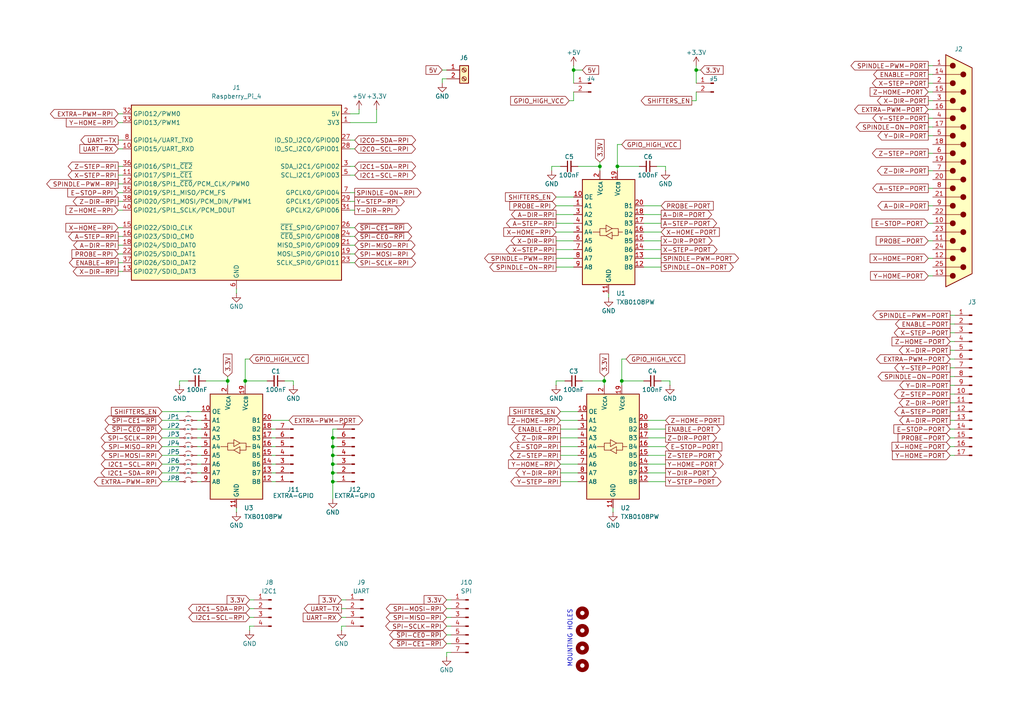
<source format=kicad_sch>
(kicad_sch
	(version 20231120)
	(generator "eeschema")
	(generator_version "8.0")
	(uuid "1c48def7-3baf-4d06-b196-4bb19a4c9561")
	(paper "A4")
	
	(junction
		(at 96.52 134.62)
		(diameter 0)
		(color 0 0 0 0)
		(uuid "0684ec03-82ce-479f-9bb1-ab15d6177147")
	)
	(junction
		(at 166.37 20.32)
		(diameter 0)
		(color 0 0 0 0)
		(uuid "58d55cdf-9700-4368-a5db-1c800cb9da54")
	)
	(junction
		(at 201.93 20.32)
		(diameter 0)
		(color 0 0 0 0)
		(uuid "59b936b0-0d28-4c70-9405-e76b19821aed")
	)
	(junction
		(at 179.07 48.26)
		(diameter 0)
		(color 0 0 0 0)
		(uuid "5b34c94e-d301-46e5-8b72-6e082b279d6b")
	)
	(junction
		(at 96.52 132.08)
		(diameter 0)
		(color 0 0 0 0)
		(uuid "627342e4-33a7-4f18-9318-0d27a0bd3546")
	)
	(junction
		(at 173.99 48.26)
		(diameter 0)
		(color 0 0 0 0)
		(uuid "7a3b9a50-6b4e-42f1-8f9c-df237392a8b1")
	)
	(junction
		(at 71.12 110.49)
		(diameter 0)
		(color 0 0 0 0)
		(uuid "81b55372-9934-49f6-b598-353b0fa7869f")
	)
	(junction
		(at 96.52 139.7)
		(diameter 0)
		(color 0 0 0 0)
		(uuid "860361ae-9f1a-4908-8247-64fcf65069e7")
	)
	(junction
		(at 175.26 110.49)
		(diameter 0)
		(color 0 0 0 0)
		(uuid "99945d22-762f-449b-866b-385325d4cde4")
	)
	(junction
		(at 180.34 110.49)
		(diameter 0)
		(color 0 0 0 0)
		(uuid "a8e938bc-6d9c-4f00-b31b-3845081e2eb2")
	)
	(junction
		(at 66.04 110.49)
		(diameter 0)
		(color 0 0 0 0)
		(uuid "bef84277-bb88-4557-8c92-8753a404cc50")
	)
	(junction
		(at 96.52 137.16)
		(diameter 0)
		(color 0 0 0 0)
		(uuid "ceeef4b0-0119-48df-bf3f-5eae1fc1d823")
	)
	(junction
		(at 96.52 129.54)
		(diameter 0)
		(color 0 0 0 0)
		(uuid "ef6200a9-66de-41b0-905a-83ba22e4476e")
	)
	(junction
		(at 96.52 127)
		(diameter 0)
		(color 0 0 0 0)
		(uuid "fd8782ef-3825-40f2-b20d-734d9a315bc0")
	)
	(wire
		(pts
			(xy 46.99 119.38) (xy 58.42 119.38)
		)
		(stroke
			(width 0)
			(type default)
		)
		(uuid "0030bfd2-f9bf-440c-b6ca-50576203f8f2")
	)
	(wire
		(pts
			(xy 275.59 124.46) (xy 276.86 124.46)
		)
		(stroke
			(width 0)
			(type default)
		)
		(uuid "01610e21-f2d6-49c2-9155-7b2ea1ab1985")
	)
	(wire
		(pts
			(xy 129.54 186.69) (xy 130.81 186.69)
		)
		(stroke
			(width 0)
			(type default)
		)
		(uuid "03a510ea-64e4-4f67-ad8e-2c84448d5a29")
	)
	(wire
		(pts
			(xy 275.59 104.14) (xy 276.86 104.14)
		)
		(stroke
			(width 0)
			(type default)
		)
		(uuid "04a42903-0f66-4c7d-8dcd-4dc0d8e6cdfd")
	)
	(wire
		(pts
			(xy 179.07 41.91) (xy 179.07 48.26)
		)
		(stroke
			(width 0)
			(type default)
		)
		(uuid "04f3a5b5-90ff-42a0-857c-036d5edaf1fd")
	)
	(wire
		(pts
			(xy 99.06 176.53) (xy 100.33 176.53)
		)
		(stroke
			(width 0)
			(type default)
		)
		(uuid "05b72526-dcc3-4f70-bd24-962dec87f5fc")
	)
	(wire
		(pts
			(xy 34.29 71.12) (xy 35.56 71.12)
		)
		(stroke
			(width 0)
			(type default)
		)
		(uuid "07f07625-1b49-4d6c-a7f2-4891d84df7b8")
	)
	(wire
		(pts
			(xy 101.6 35.56) (xy 109.22 35.56)
		)
		(stroke
			(width 0)
			(type default)
		)
		(uuid "0b8a87ae-0a65-4fa3-9b96-c06d3477dc78")
	)
	(wire
		(pts
			(xy 96.52 137.16) (xy 97.79 137.16)
		)
		(stroke
			(width 0)
			(type default)
		)
		(uuid "0bb9f420-29a6-4df4-b215-a618d5855ded")
	)
	(wire
		(pts
			(xy 34.29 40.64) (xy 35.56 40.64)
		)
		(stroke
			(width 0)
			(type default)
		)
		(uuid "0c51ec7f-4708-4267-9561-61240819070d")
	)
	(wire
		(pts
			(xy 191.77 110.49) (xy 194.31 110.49)
		)
		(stroke
			(width 0)
			(type default)
		)
		(uuid "0e1cc92d-0cfb-4fd8-8f79-e517dfe4900c")
	)
	(wire
		(pts
			(xy 78.74 124.46) (xy 80.01 124.46)
		)
		(stroke
			(width 0)
			(type default)
		)
		(uuid "0ebed0da-64c4-45a7-b379-fc73875c8c93")
	)
	(wire
		(pts
			(xy 46.99 137.16) (xy 52.07 137.16)
		)
		(stroke
			(width 0)
			(type default)
		)
		(uuid "0f871797-b8fe-4ff6-ae37-ccb9f291b342")
	)
	(wire
		(pts
			(xy 186.69 72.39) (xy 191.77 72.39)
		)
		(stroke
			(width 0)
			(type default)
		)
		(uuid "0ff871d0-3702-408d-bfcd-8e9e1f4679f3")
	)
	(wire
		(pts
			(xy 102.87 66.04) (xy 101.6 66.04)
		)
		(stroke
			(width 0)
			(type default)
		)
		(uuid "106668b6-f890-4d84-93ac-98a0ca473103")
	)
	(wire
		(pts
			(xy 52.07 111.76) (xy 52.07 110.49)
		)
		(stroke
			(width 0)
			(type default)
		)
		(uuid "10c94144-52c1-4a0f-a0b1-6a3f7c6f17e2")
	)
	(wire
		(pts
			(xy 101.6 33.02) (xy 104.14 33.02)
		)
		(stroke
			(width 0)
			(type default)
		)
		(uuid "122f99f6-e28a-40f7-a57d-ec83eb8732f4")
	)
	(wire
		(pts
			(xy 85.09 111.76) (xy 85.09 110.49)
		)
		(stroke
			(width 0)
			(type default)
		)
		(uuid "126f3e7f-a2d6-4055-8250-f6b581969118")
	)
	(wire
		(pts
			(xy 275.59 96.52) (xy 276.86 96.52)
		)
		(stroke
			(width 0)
			(type default)
		)
		(uuid "147917f6-3ae6-4e20-bd77-c49e87741ccc")
	)
	(wire
		(pts
			(xy 269.24 80.01) (xy 270.51 80.01)
		)
		(stroke
			(width 0)
			(type default)
		)
		(uuid "15807582-b9ba-4f56-ad97-d1ef2326cd18")
	)
	(wire
		(pts
			(xy 66.04 109.22) (xy 66.04 110.49)
		)
		(stroke
			(width 0)
			(type default)
		)
		(uuid "16df898d-5a19-4354-a26e-3f7d59a82ee1")
	)
	(wire
		(pts
			(xy 176.53 85.09) (xy 176.53 86.36)
		)
		(stroke
			(width 0)
			(type default)
		)
		(uuid "1713b0c1-cda6-412d-bf9e-370772829de7")
	)
	(wire
		(pts
			(xy 269.24 31.75) (xy 270.51 31.75)
		)
		(stroke
			(width 0)
			(type default)
		)
		(uuid "17543bb3-d295-47d4-a23d-3608b31020b8")
	)
	(wire
		(pts
			(xy 71.12 110.49) (xy 77.47 110.49)
		)
		(stroke
			(width 0)
			(type default)
		)
		(uuid "186fe52e-1022-4de5-b4d6-6a7a61d5b011")
	)
	(wire
		(pts
			(xy 102.87 73.66) (xy 101.6 73.66)
		)
		(stroke
			(width 0)
			(type default)
		)
		(uuid "18a311d6-f9f8-4d30-b7ce-f032ead7d6d6")
	)
	(wire
		(pts
			(xy 187.96 124.46) (xy 193.04 124.46)
		)
		(stroke
			(width 0)
			(type default)
		)
		(uuid "1a28b8ea-a638-4655-8c71-9f65fe4ee592")
	)
	(wire
		(pts
			(xy 179.07 41.91) (xy 180.34 41.91)
		)
		(stroke
			(width 0)
			(type default)
		)
		(uuid "1b99817a-4262-406c-8475-f0fd4d3f5b84")
	)
	(wire
		(pts
			(xy 269.24 39.37) (xy 270.51 39.37)
		)
		(stroke
			(width 0)
			(type default)
		)
		(uuid "1bae0fbc-1f01-448a-86c9-ad04ee992c83")
	)
	(wire
		(pts
			(xy 161.29 111.76) (xy 161.29 110.49)
		)
		(stroke
			(width 0)
			(type default)
		)
		(uuid "1c1b2469-2b98-4819-8a6d-bc37cf28413e")
	)
	(wire
		(pts
			(xy 129.54 189.23) (xy 130.81 189.23)
		)
		(stroke
			(width 0)
			(type default)
		)
		(uuid "1d227e35-8be6-461c-80a6-b6910895c4f7")
	)
	(wire
		(pts
			(xy 34.29 78.74) (xy 35.56 78.74)
		)
		(stroke
			(width 0)
			(type default)
		)
		(uuid "1d8745b0-33b8-4220-b7d2-b4e2e5417368")
	)
	(wire
		(pts
			(xy 162.56 129.54) (xy 167.64 129.54)
		)
		(stroke
			(width 0)
			(type default)
		)
		(uuid "1e85848a-5a46-4722-820c-c76bd36cb9ae")
	)
	(wire
		(pts
			(xy 34.29 43.18) (xy 35.56 43.18)
		)
		(stroke
			(width 0)
			(type default)
		)
		(uuid "20250e62-f58e-4c12-b5b7-686037b5da3a")
	)
	(wire
		(pts
			(xy 162.56 139.7) (xy 167.64 139.7)
		)
		(stroke
			(width 0)
			(type default)
		)
		(uuid "20384ce6-7e9a-41c3-835a-19db30d136af")
	)
	(wire
		(pts
			(xy 34.29 73.66) (xy 35.56 73.66)
		)
		(stroke
			(width 0)
			(type default)
		)
		(uuid "20c8253e-10fd-4cd1-96f6-96676f7eaa36")
	)
	(wire
		(pts
			(xy 179.07 48.26) (xy 185.42 48.26)
		)
		(stroke
			(width 0)
			(type default)
		)
		(uuid "2107eb21-e446-43d0-ac60-400155034f1e")
	)
	(wire
		(pts
			(xy 269.24 64.77) (xy 270.51 64.77)
		)
		(stroke
			(width 0)
			(type default)
		)
		(uuid "21961fb2-63e6-4067-878d-e1717602f809")
	)
	(wire
		(pts
			(xy 128.27 24.13) (xy 128.27 22.86)
		)
		(stroke
			(width 0)
			(type default)
		)
		(uuid "21bebb56-1875-40fa-9aa3-69d200d33e19")
	)
	(wire
		(pts
			(xy 129.54 173.99) (xy 130.81 173.99)
		)
		(stroke
			(width 0)
			(type default)
		)
		(uuid "222b0001-9f8e-4f4c-bc8c-1496515b48f6")
	)
	(wire
		(pts
			(xy 102.87 71.12) (xy 101.6 71.12)
		)
		(stroke
			(width 0)
			(type default)
		)
		(uuid "2309a5f3-1ffd-4c04-a1c0-2f540aa14313")
	)
	(wire
		(pts
			(xy 275.59 101.6) (xy 276.86 101.6)
		)
		(stroke
			(width 0)
			(type default)
		)
		(uuid "247d9ed8-c6e2-4895-9591-57e8d417fc1b")
	)
	(wire
		(pts
			(xy 162.56 119.38) (xy 167.64 119.38)
		)
		(stroke
			(width 0)
			(type default)
		)
		(uuid "24cbc70d-c343-457a-ae11-68367c200414")
	)
	(wire
		(pts
			(xy 269.24 74.93) (xy 270.51 74.93)
		)
		(stroke
			(width 0)
			(type default)
		)
		(uuid "25890261-d6d2-42c2-9f16-511a2bb43071")
	)
	(wire
		(pts
			(xy 78.74 132.08) (xy 80.01 132.08)
		)
		(stroke
			(width 0)
			(type default)
		)
		(uuid "25d8729f-ca16-4fae-abf7-531bcbd43370")
	)
	(wire
		(pts
			(xy 161.29 59.69) (xy 166.37 59.69)
		)
		(stroke
			(width 0)
			(type default)
		)
		(uuid "26730f63-9825-46d1-af69-bc2d364c8f18")
	)
	(wire
		(pts
			(xy 82.55 110.49) (xy 85.09 110.49)
		)
		(stroke
			(width 0)
			(type default)
		)
		(uuid "2677071a-0f52-43ad-99c4-db026e8fe22b")
	)
	(wire
		(pts
			(xy 162.56 48.26) (xy 160.02 48.26)
		)
		(stroke
			(width 0)
			(type default)
		)
		(uuid "282ab614-e0c9-4933-8805-ab278294b3e0")
	)
	(wire
		(pts
			(xy 161.29 62.23) (xy 166.37 62.23)
		)
		(stroke
			(width 0)
			(type default)
		)
		(uuid "29a133f7-fde7-4035-a424-3a636a9140de")
	)
	(wire
		(pts
			(xy 102.87 50.8) (xy 101.6 50.8)
		)
		(stroke
			(width 0)
			(type default)
		)
		(uuid "2b84e56f-41f4-474d-8163-bf3325bad651")
	)
	(wire
		(pts
			(xy 46.99 139.7) (xy 52.07 139.7)
		)
		(stroke
			(width 0)
			(type default)
		)
		(uuid "2cad9dd9-f311-4ac1-b3fc-6151e0f1c8f7")
	)
	(wire
		(pts
			(xy 34.29 60.96) (xy 35.56 60.96)
		)
		(stroke
			(width 0)
			(type default)
		)
		(uuid "2e3f75f5-e38c-48d2-95ff-fc1886106f2c")
	)
	(wire
		(pts
			(xy 96.52 129.54) (xy 97.79 129.54)
		)
		(stroke
			(width 0)
			(type default)
		)
		(uuid "2e8b49ee-85e3-47d0-b8c3-f9ccfd99ab7c")
	)
	(wire
		(pts
			(xy 162.56 121.92) (xy 167.64 121.92)
		)
		(stroke
			(width 0)
			(type default)
		)
		(uuid "2f3d8b52-6f64-4ed6-b5de-0ae86283eb0e")
	)
	(wire
		(pts
			(xy 269.24 69.85) (xy 270.51 69.85)
		)
		(stroke
			(width 0)
			(type default)
		)
		(uuid "311de262-90b8-4696-af42-b0739e056269")
	)
	(wire
		(pts
			(xy 161.29 72.39) (xy 166.37 72.39)
		)
		(stroke
			(width 0)
			(type default)
		)
		(uuid "32777e87-7bc2-4194-9318-f0cfb448e92d")
	)
	(wire
		(pts
			(xy 78.74 137.16) (xy 80.01 137.16)
		)
		(stroke
			(width 0)
			(type default)
		)
		(uuid "32df9c6e-c2e4-4280-8ecc-c6947f7ee07a")
	)
	(wire
		(pts
			(xy 190.5 48.26) (xy 193.04 48.26)
		)
		(stroke
			(width 0)
			(type default)
		)
		(uuid "334f3d57-1cd6-45b9-be64-e456b1ad5dfe")
	)
	(wire
		(pts
			(xy 101.6 43.18) (xy 102.87 43.18)
		)
		(stroke
			(width 0)
			(type default)
		)
		(uuid "35189eea-3f36-470e-ba20-21863fb3411f")
	)
	(wire
		(pts
			(xy 46.99 127) (xy 52.07 127)
		)
		(stroke
			(width 0)
			(type default)
		)
		(uuid "35b15776-3070-465a-97bb-a948603ed08a")
	)
	(wire
		(pts
			(xy 96.52 139.7) (xy 97.79 139.7)
		)
		(stroke
			(width 0)
			(type default)
		)
		(uuid "35d6f1d8-64c9-4b4a-a5b0-aeec7e507772")
	)
	(wire
		(pts
			(xy 200.66 29.21) (xy 201.93 29.21)
		)
		(stroke
			(width 0)
			(type default)
		)
		(uuid "362efddd-0ebd-4821-a563-4937b514db4d")
	)
	(wire
		(pts
			(xy 166.37 26.67) (xy 166.37 29.21)
		)
		(stroke
			(width 0)
			(type default)
		)
		(uuid "36685e4f-3e5d-4890-b8de-4427ee0e88d5")
	)
	(wire
		(pts
			(xy 275.59 119.38) (xy 276.86 119.38)
		)
		(stroke
			(width 0)
			(type default)
		)
		(uuid "38d83992-c2ae-4eda-bba1-929440e8bc29")
	)
	(wire
		(pts
			(xy 162.56 137.16) (xy 167.64 137.16)
		)
		(stroke
			(width 0)
			(type default)
		)
		(uuid "3e34296f-2113-4696-b14d-2ea95b0d7a22")
	)
	(wire
		(pts
			(xy 180.34 104.14) (xy 180.34 110.49)
		)
		(stroke
			(width 0)
			(type default)
		)
		(uuid "3fd5e555-251e-41de-9f27-ece82213d97c")
	)
	(wire
		(pts
			(xy 161.29 57.15) (xy 166.37 57.15)
		)
		(stroke
			(width 0)
			(type default)
		)
		(uuid "40917f62-ca4c-4d0d-b9fd-6c95c536b39a")
	)
	(wire
		(pts
			(xy 34.29 76.2) (xy 35.56 76.2)
		)
		(stroke
			(width 0)
			(type default)
		)
		(uuid "41318bb4-403f-4ce7-8259-52002c40b3ff")
	)
	(wire
		(pts
			(xy 186.69 62.23) (xy 191.77 62.23)
		)
		(stroke
			(width 0)
			(type default)
		)
		(uuid "415a843a-caf6-4e47-b957-0f053dd7ec64")
	)
	(wire
		(pts
			(xy 177.8 147.32) (xy 177.8 148.59)
		)
		(stroke
			(width 0)
			(type default)
		)
		(uuid "4255d361-c0d9-40ea-bc8e-94cc2bb148ac")
	)
	(wire
		(pts
			(xy 269.24 19.05) (xy 270.51 19.05)
		)
		(stroke
			(width 0)
			(type default)
		)
		(uuid "425b2162-4e9a-4acb-a3a5-56c279fbb1ce")
	)
	(wire
		(pts
			(xy 186.69 69.85) (xy 191.77 69.85)
		)
		(stroke
			(width 0)
			(type default)
		)
		(uuid "42caa9d2-0c38-4a5b-9b33-00861ad152b4")
	)
	(wire
		(pts
			(xy 129.54 190.5) (xy 129.54 189.23)
		)
		(stroke
			(width 0)
			(type default)
		)
		(uuid "43a50810-8d30-4bab-9321-08eed0d6e62f")
	)
	(wire
		(pts
			(xy 193.04 49.53) (xy 193.04 48.26)
		)
		(stroke
			(width 0)
			(type default)
		)
		(uuid "44f7fa7e-4f1b-449a-9356-3360192b8e88")
	)
	(wire
		(pts
			(xy 34.29 50.8) (xy 35.56 50.8)
		)
		(stroke
			(width 0)
			(type default)
		)
		(uuid "47b77e7a-62d8-4c72-a0d7-4ce75f0dbdf2")
	)
	(wire
		(pts
			(xy 68.58 147.32) (xy 68.58 148.59)
		)
		(stroke
			(width 0)
			(type default)
		)
		(uuid "494ef41e-68b7-455e-b4c1-815b5a44290c")
	)
	(wire
		(pts
			(xy 179.07 48.26) (xy 179.07 49.53)
		)
		(stroke
			(width 0)
			(type default)
		)
		(uuid "4c3b577b-18b8-4af5-a99c-bf7d00ca51cc")
	)
	(wire
		(pts
			(xy 275.59 99.06) (xy 276.86 99.06)
		)
		(stroke
			(width 0)
			(type default)
		)
		(uuid "4c77cd82-3854-46ce-bae0-b52a62b9e610")
	)
	(wire
		(pts
			(xy 96.52 132.08) (xy 96.52 134.62)
		)
		(stroke
			(width 0)
			(type default)
		)
		(uuid "4d2a530a-95f2-43f2-9012-d80917965363")
	)
	(wire
		(pts
			(xy 71.12 104.14) (xy 72.39 104.14)
		)
		(stroke
			(width 0)
			(type default)
		)
		(uuid "4fe3f9a5-b723-44ac-91c7-9c5037e63ca3")
	)
	(wire
		(pts
			(xy 78.74 139.7) (xy 80.01 139.7)
		)
		(stroke
			(width 0)
			(type default)
		)
		(uuid "52908f5f-bf6a-4ddd-a7b5-ee49e6650886")
	)
	(wire
		(pts
			(xy 275.59 116.84) (xy 276.86 116.84)
		)
		(stroke
			(width 0)
			(type default)
		)
		(uuid "52afc9f2-bc99-49ef-b359-31b6bd719ef9")
	)
	(wire
		(pts
			(xy 166.37 20.32) (xy 166.37 24.13)
		)
		(stroke
			(width 0)
			(type default)
		)
		(uuid "52d093b9-ea7a-4384-a71c-b84c8905126b")
	)
	(wire
		(pts
			(xy 129.54 181.61) (xy 130.81 181.61)
		)
		(stroke
			(width 0)
			(type default)
		)
		(uuid "532b3e1f-5ce6-4546-82ae-0d8103dd9d48")
	)
	(wire
		(pts
			(xy 34.29 58.42) (xy 35.56 58.42)
		)
		(stroke
			(width 0)
			(type default)
		)
		(uuid "535f1b7a-30a6-450c-8c53-24453140dee8")
	)
	(wire
		(pts
			(xy 57.15 127) (xy 58.42 127)
		)
		(stroke
			(width 0)
			(type default)
		)
		(uuid "56422078-a8d2-4569-8255-4d4506f5d0a9")
	)
	(wire
		(pts
			(xy 269.24 59.69) (xy 270.51 59.69)
		)
		(stroke
			(width 0)
			(type default)
		)
		(uuid "568f0b7e-8dcd-4d9c-aaaf-8a208a01d2e8")
	)
	(wire
		(pts
			(xy 101.6 55.88) (xy 102.87 55.88)
		)
		(stroke
			(width 0)
			(type default)
		)
		(uuid "571a0f90-2a1a-465f-9759-db030fb6e3a1")
	)
	(wire
		(pts
			(xy 187.96 129.54) (xy 193.04 129.54)
		)
		(stroke
			(width 0)
			(type default)
		)
		(uuid "57240496-71ae-4526-8384-09b5928f50d5")
	)
	(wire
		(pts
			(xy 269.24 29.21) (xy 270.51 29.21)
		)
		(stroke
			(width 0)
			(type default)
		)
		(uuid "57be1269-6451-4415-a42f-da852de734eb")
	)
	(wire
		(pts
			(xy 96.52 127) (xy 96.52 129.54)
		)
		(stroke
			(width 0)
			(type default)
		)
		(uuid "584fc98d-df6c-4001-bda1-f5c1a4462159")
	)
	(wire
		(pts
			(xy 166.37 20.32) (xy 168.91 20.32)
		)
		(stroke
			(width 0)
			(type default)
		)
		(uuid "58d067e5-ef4e-4165-8b93-9990cd4cb0fa")
	)
	(wire
		(pts
			(xy 96.52 124.46) (xy 96.52 127)
		)
		(stroke
			(width 0)
			(type default)
		)
		(uuid "59c0b508-3f78-40ee-98c3-3ca4a06ee58f")
	)
	(wire
		(pts
			(xy 46.99 129.54) (xy 52.07 129.54)
		)
		(stroke
			(width 0)
			(type default)
		)
		(uuid "5b877a98-f62d-49a9-bcd8-c4547f401f5d")
	)
	(wire
		(pts
			(xy 104.14 33.02) (xy 104.14 31.75)
		)
		(stroke
			(width 0)
			(type default)
		)
		(uuid "5bbb7989-dfe4-4578-9d48-e89d595b3d6c")
	)
	(wire
		(pts
			(xy 34.29 55.88) (xy 35.56 55.88)
		)
		(stroke
			(width 0)
			(type default)
		)
		(uuid "5d91bc9c-91c0-4dc2-a61d-142e12d92625")
	)
	(wire
		(pts
			(xy 46.99 134.62) (xy 52.07 134.62)
		)
		(stroke
			(width 0)
			(type default)
		)
		(uuid "608ce758-386e-4d0d-823c-05e7df20cde4")
	)
	(wire
		(pts
			(xy 186.69 74.93) (xy 191.77 74.93)
		)
		(stroke
			(width 0)
			(type default)
		)
		(uuid "6124b803-05cc-45ce-ad75-dc6c0f33ffb0")
	)
	(wire
		(pts
			(xy 99.06 179.07) (xy 100.33 179.07)
		)
		(stroke
			(width 0)
			(type default)
		)
		(uuid "62f3d87f-a7ed-45dc-b842-964be4dc24c2")
	)
	(wire
		(pts
			(xy 186.69 59.69) (xy 191.77 59.69)
		)
		(stroke
			(width 0)
			(type default)
		)
		(uuid "6423268f-a704-4b61-ba56-da783c9cef2c")
	)
	(wire
		(pts
			(xy 275.59 121.92) (xy 276.86 121.92)
		)
		(stroke
			(width 0)
			(type default)
		)
		(uuid "64a3e911-abb2-4aed-9462-6d935331875a")
	)
	(wire
		(pts
			(xy 78.74 127) (xy 80.01 127)
		)
		(stroke
			(width 0)
			(type default)
		)
		(uuid "64e5b548-dd86-45ea-82f5-2e1ca7a6a14c")
	)
	(wire
		(pts
			(xy 128.27 20.32) (xy 129.54 20.32)
		)
		(stroke
			(width 0)
			(type default)
		)
		(uuid "64ff17c4-2017-4140-9298-189d89170309")
	)
	(wire
		(pts
			(xy 161.29 64.77) (xy 166.37 64.77)
		)
		(stroke
			(width 0)
			(type default)
		)
		(uuid "672f98df-e734-489f-b711-bb5b98625782")
	)
	(wire
		(pts
			(xy 72.39 173.99) (xy 73.66 173.99)
		)
		(stroke
			(width 0)
			(type default)
		)
		(uuid "677dbd86-47b8-4651-ba19-a21a0b393f3e")
	)
	(wire
		(pts
			(xy 160.02 49.53) (xy 160.02 48.26)
		)
		(stroke
			(width 0)
			(type default)
		)
		(uuid "67d68c94-c86e-439f-bd65-e251598bb6c4")
	)
	(wire
		(pts
			(xy 72.39 176.53) (xy 73.66 176.53)
		)
		(stroke
			(width 0)
			(type default)
		)
		(uuid "68cb9d9e-0f12-4697-b48c-18b208d462fa")
	)
	(wire
		(pts
			(xy 275.59 109.22) (xy 276.86 109.22)
		)
		(stroke
			(width 0)
			(type default)
		)
		(uuid "6a20c7b5-a5b1-4f1b-8643-6f87303ae69a")
	)
	(wire
		(pts
			(xy 269.24 34.29) (xy 270.51 34.29)
		)
		(stroke
			(width 0)
			(type default)
		)
		(uuid "6e06b7ce-9671-4f4a-af40-a3bf44260c2a")
	)
	(wire
		(pts
			(xy 180.34 104.14) (xy 181.61 104.14)
		)
		(stroke
			(width 0)
			(type default)
		)
		(uuid "6edb3790-741d-470f-83fb-620f46b7b28b")
	)
	(wire
		(pts
			(xy 275.59 91.44) (xy 276.86 91.44)
		)
		(stroke
			(width 0)
			(type default)
		)
		(uuid "6f74979a-816d-465b-adc3-4606a1ae65b4")
	)
	(wire
		(pts
			(xy 162.56 124.46) (xy 167.64 124.46)
		)
		(stroke
			(width 0)
			(type default)
		)
		(uuid "7326bde2-504a-438d-ad32-58802849c138")
	)
	(wire
		(pts
			(xy 99.06 181.61) (xy 99.06 182.88)
		)
		(stroke
			(width 0)
			(type default)
		)
		(uuid "78809bad-f9cc-429e-bda8-0a8c2c91289a")
	)
	(wire
		(pts
			(xy 96.52 137.16) (xy 96.52 139.7)
		)
		(stroke
			(width 0)
			(type default)
		)
		(uuid "79cdde69-66e0-4021-8481-ed4c3a269c98")
	)
	(wire
		(pts
			(xy 68.58 83.82) (xy 68.58 85.09)
		)
		(stroke
			(width 0)
			(type default)
		)
		(uuid "79e46990-46bd-4958-a3a4-e2e8e277c362")
	)
	(wire
		(pts
			(xy 102.87 48.26) (xy 101.6 48.26)
		)
		(stroke
			(width 0)
			(type default)
		)
		(uuid "7ac2d35e-40e4-4f41-93e7-a9ac39530ee3")
	)
	(wire
		(pts
			(xy 173.99 48.26) (xy 167.64 48.26)
		)
		(stroke
			(width 0)
			(type default)
		)
		(uuid "7c773f84-ec50-4af8-aea0-e103ea14953e")
	)
	(wire
		(pts
			(xy 187.96 139.7) (xy 193.04 139.7)
		)
		(stroke
			(width 0)
			(type default)
		)
		(uuid "7d2a9a19-74f5-4e81-82a0-867931338ea5")
	)
	(wire
		(pts
			(xy 269.24 21.59) (xy 270.51 21.59)
		)
		(stroke
			(width 0)
			(type default)
		)
		(uuid "7d8ca9e1-bc99-4525-b2d3-7151f1d5463e")
	)
	(wire
		(pts
			(xy 34.29 53.34) (xy 35.56 53.34)
		)
		(stroke
			(width 0)
			(type default)
		)
		(uuid "7dee887e-0879-4fb4-9839-98493101cc6b")
	)
	(wire
		(pts
			(xy 57.15 121.92) (xy 58.42 121.92)
		)
		(stroke
			(width 0)
			(type default)
		)
		(uuid "7f5507a6-f838-41e5-a21a-2040e2eb8aa1")
	)
	(wire
		(pts
			(xy 96.52 132.08) (xy 97.79 132.08)
		)
		(stroke
			(width 0)
			(type default)
		)
		(uuid "80176dc3-0e91-4eef-a078-0c0076a2128e")
	)
	(wire
		(pts
			(xy 269.24 54.61) (xy 270.51 54.61)
		)
		(stroke
			(width 0)
			(type default)
		)
		(uuid "8061b6a9-5dc8-441b-948a-3da9ad2e38cb")
	)
	(wire
		(pts
			(xy 71.12 104.14) (xy 71.12 110.49)
		)
		(stroke
			(width 0)
			(type default)
		)
		(uuid "835d8d75-8f1a-4fd0-a08f-290e511230ac")
	)
	(wire
		(pts
			(xy 187.96 121.92) (xy 193.04 121.92)
		)
		(stroke
			(width 0)
			(type default)
		)
		(uuid "83cbc0e0-ca4c-4e25-8bf5-b9e121828a42")
	)
	(wire
		(pts
			(xy 161.29 74.93) (xy 166.37 74.93)
		)
		(stroke
			(width 0)
			(type default)
		)
		(uuid "84a59538-1af3-4dbb-bca6-b81c56509983")
	)
	(wire
		(pts
			(xy 173.99 49.53) (xy 173.99 48.26)
		)
		(stroke
			(width 0)
			(type default)
		)
		(uuid "87869ffd-bab4-4333-a5f2-66737f45f5a1")
	)
	(wire
		(pts
			(xy 72.39 179.07) (xy 73.66 179.07)
		)
		(stroke
			(width 0)
			(type default)
		)
		(uuid "87e845c7-9b8f-4647-a632-b2fe0ba135ad")
	)
	(wire
		(pts
			(xy 275.59 114.3) (xy 276.86 114.3)
		)
		(stroke
			(width 0)
			(type default)
		)
		(uuid "898a1140-7643-4afa-80ad-7a0a7d6a06c5")
	)
	(wire
		(pts
			(xy 275.59 127) (xy 276.86 127)
		)
		(stroke
			(width 0)
			(type default)
		)
		(uuid "89c0f707-cdf4-4581-aa81-d6b2d104a451")
	)
	(wire
		(pts
			(xy 275.59 93.98) (xy 276.86 93.98)
		)
		(stroke
			(width 0)
			(type default)
		)
		(uuid "89fdb873-8c36-4b4a-bda3-ad88efd48695")
	)
	(wire
		(pts
			(xy 78.74 129.54) (xy 80.01 129.54)
		)
		(stroke
			(width 0)
			(type default)
		)
		(uuid "935931c7-21f5-429d-ae0d-3f1221893215")
	)
	(wire
		(pts
			(xy 96.52 134.62) (xy 97.79 134.62)
		)
		(stroke
			(width 0)
			(type default)
		)
		(uuid "956e4093-f7d3-4fb1-9b65-854923b264df")
	)
	(wire
		(pts
			(xy 99.06 173.99) (xy 100.33 173.99)
		)
		(stroke
			(width 0)
			(type default)
		)
		(uuid "974101c2-4f9c-4e0d-a230-1606ff1ea41d")
	)
	(wire
		(pts
			(xy 102.87 68.58) (xy 101.6 68.58)
		)
		(stroke
			(width 0)
			(type default)
		)
		(uuid "979d17de-2737-443d-a567-0bf3b18c57a3")
	)
	(wire
		(pts
			(xy 96.52 129.54) (xy 96.52 132.08)
		)
		(stroke
			(width 0)
			(type default)
		)
		(uuid "99be3b82-3f1d-4e60-8b5a-e860a267ff3e")
	)
	(wire
		(pts
			(xy 275.59 129.54) (xy 276.86 129.54)
		)
		(stroke
			(width 0)
			(type default)
		)
		(uuid "9ab45887-2afe-4c1d-b070-dbae0567e4fb")
	)
	(wire
		(pts
			(xy 96.52 139.7) (xy 96.52 144.78)
		)
		(stroke
			(width 0)
			(type default)
		)
		(uuid "9b6e2b1d-f849-48c7-ad0d-dcb62a042020")
	)
	(wire
		(pts
			(xy 129.54 176.53) (xy 130.81 176.53)
		)
		(stroke
			(width 0)
			(type default)
		)
		(uuid "9be677f9-e882-4fd1-8385-5bb6d166c25b")
	)
	(wire
		(pts
			(xy 201.93 20.32) (xy 201.93 24.13)
		)
		(stroke
			(width 0)
			(type default)
		)
		(uuid "9d1deeb6-ef9d-4509-9bf2-8538d109c623")
	)
	(wire
		(pts
			(xy 275.59 106.68) (xy 276.86 106.68)
		)
		(stroke
			(width 0)
			(type default)
		)
		(uuid "9f4e122f-320d-4ee4-827c-7232e4cf5c6b")
	)
	(wire
		(pts
			(xy 162.56 132.08) (xy 167.64 132.08)
		)
		(stroke
			(width 0)
			(type default)
		)
		(uuid "9fb9b46b-5189-4f43-a088-942277306972")
	)
	(wire
		(pts
			(xy 73.66 181.61) (xy 72.39 181.61)
		)
		(stroke
			(width 0)
			(type default)
		)
		(uuid "a2fb17e1-f099-46f4-8d1a-2feef4b5a887")
	)
	(wire
		(pts
			(xy 165.1 29.21) (xy 166.37 29.21)
		)
		(stroke
			(width 0)
			(type default)
		)
		(uuid "a3054d8c-b53b-4291-a1d9-42e54a92a7a5")
	)
	(wire
		(pts
			(xy 78.74 121.92) (xy 83.82 121.92)
		)
		(stroke
			(width 0)
			(type default)
		)
		(uuid "a4084261-51d6-4c09-8862-5a02c49e2563")
	)
	(wire
		(pts
			(xy 128.27 22.86) (xy 129.54 22.86)
		)
		(stroke
			(width 0)
			(type default)
		)
		(uuid "a67d0858-5029-4c0d-b4ad-f4300c27af34")
	)
	(wire
		(pts
			(xy 269.24 36.83) (xy 270.51 36.83)
		)
		(stroke
			(width 0)
			(type default)
		)
		(uuid "a6c3451a-867a-4e09-9a57-a60d8b1631e9")
	)
	(wire
		(pts
			(xy 162.56 127) (xy 167.64 127)
		)
		(stroke
			(width 0)
			(type default)
		)
		(uuid "a75a314c-55f8-426b-b795-a58ce5376bb4")
	)
	(wire
		(pts
			(xy 34.29 33.02) (xy 35.56 33.02)
		)
		(stroke
			(width 0)
			(type default)
		)
		(uuid "ab7d9a93-86b7-4454-9f11-c946b8367c9c")
	)
	(wire
		(pts
			(xy 57.15 124.46) (xy 58.42 124.46)
		)
		(stroke
			(width 0)
			(type default)
		)
		(uuid "ac25a5e6-aa52-408e-91e7-97f3a87b221a")
	)
	(wire
		(pts
			(xy 161.29 67.31) (xy 166.37 67.31)
		)
		(stroke
			(width 0)
			(type default)
		)
		(uuid "adf911f0-c72d-40e8-a80c-8565c55bb3f7")
	)
	(wire
		(pts
			(xy 109.22 35.56) (xy 109.22 31.75)
		)
		(stroke
			(width 0)
			(type default)
		)
		(uuid "af2073a3-0860-4fef-a2af-9d6ad5114db6")
	)
	(wire
		(pts
			(xy 96.52 127) (xy 97.79 127)
		)
		(stroke
			(width 0)
			(type default)
		)
		(uuid "b0aff780-0f8e-4f8e-8f95-60dad447947e")
	)
	(wire
		(pts
			(xy 54.61 110.49) (xy 52.07 110.49)
		)
		(stroke
			(width 0)
			(type default)
		)
		(uuid "b0f9c4cb-39e9-4d5a-8967-eca40a28aba5")
	)
	(wire
		(pts
			(xy 161.29 69.85) (xy 166.37 69.85)
		)
		(stroke
			(width 0)
			(type default)
		)
		(uuid "b38830fd-9c48-494a-842a-79b79e04c084")
	)
	(wire
		(pts
			(xy 71.12 110.49) (xy 71.12 111.76)
		)
		(stroke
			(width 0)
			(type default)
		)
		(uuid "b3b9471e-a464-493f-9f67-c1737bc4841e")
	)
	(wire
		(pts
			(xy 129.54 179.07) (xy 130.81 179.07)
		)
		(stroke
			(width 0)
			(type default)
		)
		(uuid "b629f495-bcfc-4e99-8589-dac84b3b485c")
	)
	(wire
		(pts
			(xy 57.15 137.16) (xy 58.42 137.16)
		)
		(stroke
			(width 0)
			(type default)
		)
		(uuid "b67f155d-33f5-4d88-bf6f-70cf959ebf5a")
	)
	(wire
		(pts
			(xy 161.29 77.47) (xy 166.37 77.47)
		)
		(stroke
			(width 0)
			(type default)
		)
		(uuid "b68cca60-c816-4709-8fdd-96be4aeb591e")
	)
	(wire
		(pts
			(xy 101.6 58.42) (xy 102.87 58.42)
		)
		(stroke
			(width 0)
			(type default)
		)
		(uuid "b82850d0-46a4-4913-bb42-a264fb256833")
	)
	(wire
		(pts
			(xy 269.24 44.45) (xy 270.51 44.45)
		)
		(stroke
			(width 0)
			(type default)
		)
		(uuid "bb3727f5-5c79-4948-8cb3-34d9a74c8cdc")
	)
	(wire
		(pts
			(xy 100.33 181.61) (xy 99.06 181.61)
		)
		(stroke
			(width 0)
			(type default)
		)
		(uuid "bc85ea09-2f2b-4423-ace8-daee24dbb118")
	)
	(wire
		(pts
			(xy 173.99 46.99) (xy 173.99 48.26)
		)
		(stroke
			(width 0)
			(type default)
		)
		(uuid "c0787caa-3120-44ad-b289-cd628eb296fb")
	)
	(wire
		(pts
			(xy 175.26 110.49) (xy 175.26 111.76)
		)
		(stroke
			(width 0)
			(type default)
		)
		(uuid "c087561e-fc3a-4e98-8aed-1163232a28ea")
	)
	(wire
		(pts
			(xy 180.34 110.49) (xy 180.34 111.76)
		)
		(stroke
			(width 0)
			(type default)
		)
		(uuid "c5150a82-0162-42ad-a2cc-a2f580239c92")
	)
	(wire
		(pts
			(xy 57.15 139.7) (xy 58.42 139.7)
		)
		(stroke
			(width 0)
			(type default)
		)
		(uuid "c64d96d8-9478-4d80-9d19-84438c67b18e")
	)
	(wire
		(pts
			(xy 175.26 109.22) (xy 175.26 110.49)
		)
		(stroke
			(width 0)
			(type default)
		)
		(uuid "c68db9ce-33f6-41af-8404-baefdbe772ee")
	)
	(wire
		(pts
			(xy 34.29 66.04) (xy 35.56 66.04)
		)
		(stroke
			(width 0)
			(type default)
		)
		(uuid "c8eaa626-a502-4cb6-8f8a-2b4ebfcf0d2f")
	)
	(wire
		(pts
			(xy 57.15 129.54) (xy 58.42 129.54)
		)
		(stroke
			(width 0)
			(type default)
		)
		(uuid "ca2ed027-a47b-4286-8ba1-3e85e51c2c48")
	)
	(wire
		(pts
			(xy 57.15 134.62) (xy 58.42 134.62)
		)
		(stroke
			(width 0)
			(type default)
		)
		(uuid "ca4baaee-9b63-4475-a0f4-599f1ec4416f")
	)
	(wire
		(pts
			(xy 275.59 132.08) (xy 276.86 132.08)
		)
		(stroke
			(width 0)
			(type default)
		)
		(uuid "d25ad324-5627-499e-b0fc-c72bcadd3f8a")
	)
	(wire
		(pts
			(xy 102.87 76.2) (xy 101.6 76.2)
		)
		(stroke
			(width 0)
			(type default)
		)
		(uuid "d484f734-01d5-4df9-9715-5b6ca68375d7")
	)
	(wire
		(pts
			(xy 166.37 19.05) (xy 166.37 20.32)
		)
		(stroke
			(width 0)
			(type default)
		)
		(uuid "d6b0277c-22fa-448b-b702-03ff2e75c1ff")
	)
	(wire
		(pts
			(xy 175.26 110.49) (xy 168.91 110.49)
		)
		(stroke
			(width 0)
			(type default)
		)
		(uuid "d93ad40c-5e55-40ca-a0f6-aa78e661f308")
	)
	(wire
		(pts
			(xy 201.93 20.32) (xy 203.2 20.32)
		)
		(stroke
			(width 0)
			(type default)
		)
		(uuid "d9cb800d-951d-4da9-9bd5-6eacb79d6505")
	)
	(wire
		(pts
			(xy 162.56 134.62) (xy 167.64 134.62)
		)
		(stroke
			(width 0)
			(type default)
		)
		(uuid "da2488e3-178b-4476-97e6-df31d58a1f0c")
	)
	(wire
		(pts
			(xy 187.96 132.08) (xy 193.04 132.08)
		)
		(stroke
			(width 0)
			(type default)
		)
		(uuid "dce0ea55-91bd-435e-948b-10dc45d20675")
	)
	(wire
		(pts
			(xy 275.59 111.76) (xy 276.86 111.76)
		)
		(stroke
			(width 0)
			(type default)
		)
		(uuid "dcf4ff51-af70-45b9-8648-3096c3f69414")
	)
	(wire
		(pts
			(xy 194.31 111.76) (xy 194.31 110.49)
		)
		(stroke
			(width 0)
			(type default)
		)
		(uuid "dd826e2f-8d17-467c-8920-ac6db0d77bc0")
	)
	(wire
		(pts
			(xy 163.83 110.49) (xy 161.29 110.49)
		)
		(stroke
			(width 0)
			(type default)
		)
		(uuid "df2920b3-1546-4e52-a324-117b316a8656")
	)
	(wire
		(pts
			(xy 66.04 110.49) (xy 59.69 110.49)
		)
		(stroke
			(width 0)
			(type default)
		)
		(uuid "e10efb35-6931-4cb6-9324-9651b1c7b54a")
	)
	(wire
		(pts
			(xy 186.69 67.31) (xy 191.77 67.31)
		)
		(stroke
			(width 0)
			(type default)
		)
		(uuid "e324d6ad-5d50-4069-82ce-88e677b8e643")
	)
	(wire
		(pts
			(xy 46.99 124.46) (xy 52.07 124.46)
		)
		(stroke
			(width 0)
			(type default)
		)
		(uuid "e58962da-8170-4e0e-89e4-a1406058f74a")
	)
	(wire
		(pts
			(xy 78.74 134.62) (xy 80.01 134.62)
		)
		(stroke
			(width 0)
			(type default)
		)
		(uuid "e5fec8d3-f231-401e-a4dd-fef70e12adcd")
	)
	(wire
		(pts
			(xy 269.24 26.67) (xy 270.51 26.67)
		)
		(stroke
			(width 0)
			(type default)
		)
		(uuid "e7e71785-b6a5-44cb-8693-8eb2f476ac63")
	)
	(wire
		(pts
			(xy 201.93 19.05) (xy 201.93 20.32)
		)
		(stroke
			(width 0)
			(type default)
		)
		(uuid "e826838a-1003-4b11-bb01-f4b1292b569c")
	)
	(wire
		(pts
			(xy 201.93 26.67) (xy 201.93 29.21)
		)
		(stroke
			(width 0)
			(type default)
		)
		(uuid "e8cddb60-9ad1-43d7-9eb8-4be6a9cecca6")
	)
	(wire
		(pts
			(xy 187.96 137.16) (xy 193.04 137.16)
		)
		(stroke
			(width 0)
			(type default)
		)
		(uuid "eae185c5-3de6-43e8-8b28-1c6baaba3381")
	)
	(wire
		(pts
			(xy 34.29 48.26) (xy 35.56 48.26)
		)
		(stroke
			(width 0)
			(type default)
		)
		(uuid "ec54e1c8-be84-451a-8a94-d2d108032be0")
	)
	(wire
		(pts
			(xy 72.39 181.61) (xy 72.39 182.88)
		)
		(stroke
			(width 0)
			(type default)
		)
		(uuid "ed6741e3-9a6c-4075-a973-b413c547f95f")
	)
	(wire
		(pts
			(xy 187.96 134.62) (xy 193.04 134.62)
		)
		(stroke
			(width 0)
			(type default)
		)
		(uuid "ee476a4f-1a93-47f8-93b9-3630d33bafae")
	)
	(wire
		(pts
			(xy 66.04 111.76) (xy 66.04 110.49)
		)
		(stroke
			(width 0)
			(type default)
		)
		(uuid "efa87495-1640-4b52-9e4c-176b88c44258")
	)
	(wire
		(pts
			(xy 46.99 121.92) (xy 52.07 121.92)
		)
		(stroke
			(width 0)
			(type default)
		)
		(uuid "f0e8fea7-2357-422d-bc1f-dd2d2dfdc43f")
	)
	(wire
		(pts
			(xy 129.54 184.15) (xy 130.81 184.15)
		)
		(stroke
			(width 0)
			(type default)
		)
		(uuid "f49d15b9-8c10-49b6-87e5-79666f9a5936")
	)
	(wire
		(pts
			(xy 186.69 64.77) (xy 191.77 64.77)
		)
		(stroke
			(width 0)
			(type default)
		)
		(uuid "f4f62afb-cbf5-4c6f-9610-701f40dd8398")
	)
	(wire
		(pts
			(xy 34.29 68.58) (xy 35.56 68.58)
		)
		(stroke
			(width 0)
			(type default)
		)
		(uuid "f5f45f1c-befd-4fd1-b567-bfdac3b1047f")
	)
	(wire
		(pts
			(xy 34.29 35.56) (xy 35.56 35.56)
		)
		(stroke
			(width 0)
			(type default)
		)
		(uuid "f5f73810-44d4-4b99-96d2-b9baaa80dff9")
	)
	(wire
		(pts
			(xy 46.99 132.08) (xy 52.07 132.08)
		)
		(stroke
			(width 0)
			(type default)
		)
		(uuid "f75957d6-1c8b-44a1-a87a-6b8ac7bec3ac")
	)
	(wire
		(pts
			(xy 101.6 40.64) (xy 102.87 40.64)
		)
		(stroke
			(width 0)
			(type default)
		)
		(uuid "f78a262e-189f-4ba0-9bd4-217002d824cb")
	)
	(wire
		(pts
			(xy 269.24 24.13) (xy 270.51 24.13)
		)
		(stroke
			(width 0)
			(type default)
		)
		(uuid "f7f1ea95-49c8-467b-95db-0bf3d6af4897")
	)
	(wire
		(pts
			(xy 102.87 60.96) (xy 101.6 60.96)
		)
		(stroke
			(width 0)
			(type default)
		)
		(uuid "f8c812f5-4c5c-4db7-973f-0935f09d25c7")
	)
	(wire
		(pts
			(xy 57.15 132.08) (xy 58.42 132.08)
		)
		(stroke
			(width 0)
			(type default)
		)
		(uuid "f9d82d7c-0fb7-46aa-85ff-5eb741f4e10c")
	)
	(wire
		(pts
			(xy 97.79 124.46) (xy 96.52 124.46)
		)
		(stroke
			(width 0)
			(type default)
		)
		(uuid "faac03cf-afb2-4f42-bdfd-4f125bbee9b0")
	)
	(wire
		(pts
			(xy 180.34 110.49) (xy 186.69 110.49)
		)
		(stroke
			(width 0)
			(type default)
		)
		(uuid "fc638c68-918a-4569-9cac-0698acee71f6")
	)
	(wire
		(pts
			(xy 269.24 49.53) (xy 270.51 49.53)
		)
		(stroke
			(width 0)
			(type default)
		)
		(uuid "fd5c5684-4fb7-4a86-b00b-5135cdbb5439")
	)
	(wire
		(pts
			(xy 186.69 77.47) (xy 191.77 77.47)
		)
		(stroke
			(width 0)
			(type default)
		)
		(uuid "fea0397c-297e-43de-8556-42100e19a89c")
	)
	(wire
		(pts
			(xy 96.52 134.62) (xy 96.52 137.16)
		)
		(stroke
			(width 0)
			(type default)
		)
		(uuid "ff7bdeb9-87b2-4331-95de-18b4db00887a")
	)
	(wire
		(pts
			(xy 187.96 127) (xy 193.04 127)
		)
		(stroke
			(width 0)
			(type default)
		)
		(uuid "ff89108d-e71a-4a6b-bd70-f253cc4d6bdb")
	)
	(text "MOUNTING HOLES"
		(exclude_from_sim no)
		(at 165.354 185.166 90)
		(effects
			(font
				(size 1.27 1.27)
			)
		)
		(uuid "3f796144-f5b8-4dfa-812a-31b92a5598f5")
	)
	(global_label "Y-HOME-PORT"
		(shape output)
		(at 193.04 134.62 0)
		(fields_autoplaced yes)
		(effects
			(font
				(size 1.27 1.27)
			)
			(justify left)
		)
		(uuid "01561dd7-8a64-4a33-b96e-0c84f109dadc")
		(property "Intersheetrefs" "${INTERSHEET_REFS}"
			(at 210.3581 134.62 0)
			(effects
				(font
					(size 1.27 1.27)
				)
				(justify left)
				(hide yes)
			)
		)
		(property "Netclass" "PORT"
			(at 193.04 136.8108 0)
			(effects
				(font
					(size 1.27 1.27)
				)
				(justify left)
				(hide yes)
			)
		)
	)
	(global_label "X-STEP-PORT"
		(shape output)
		(at 275.59 96.52 180)
		(fields_autoplaced yes)
		(effects
			(font
				(size 1.27 1.27)
			)
			(justify right)
		)
		(uuid "0262f914-62bb-4042-a8f3-08863a4324cd")
		(property "Intersheetrefs" "${INTERSHEET_REFS}"
			(at 258.8163 96.52 0)
			(effects
				(font
					(size 1.27 1.27)
				)
				(justify right)
				(hide yes)
			)
		)
		(property "Netclass" "PORT"
			(at 275.59 98.7108 0)
			(effects
				(font
					(size 1.27 1.27)
				)
				(justify right)
				(hide yes)
			)
		)
	)
	(global_label "E-STOP-RPI"
		(shape input)
		(at 34.29 55.88 180)
		(fields_autoplaced yes)
		(effects
			(font
				(size 1.27 1.27)
			)
			(justify right)
		)
		(uuid "0356bfd0-5bb9-4ccb-92f3-081df585a4c0")
		(property "Intersheetrefs" "${INTERSHEET_REFS}"
			(at 19.0886 55.88 0)
			(effects
				(font
					(size 1.27 1.27)
				)
				(justify right)
				(hide yes)
			)
		)
		(property "Netclass" "RPI"
			(at 34.29 58.0708 0)
			(effects
				(font
					(size 1.27 1.27)
				)
				(justify right)
				(hide yes)
			)
		)
	)
	(global_label "Z-HOME-PORT"
		(shape input)
		(at 275.59 99.06 180)
		(fields_autoplaced yes)
		(effects
			(font
				(size 1.27 1.27)
			)
			(justify right)
		)
		(uuid "0443d64e-4ebc-4283-85b1-79d6c6ed0f45")
		(property "Intersheetrefs" "${INTERSHEET_REFS}"
			(at 258.151 99.06 0)
			(effects
				(font
					(size 1.27 1.27)
				)
				(justify right)
				(hide yes)
			)
		)
		(property "Netclass" "PORT"
			(at 275.59 101.2508 0)
			(effects
				(font
					(size 1.27 1.27)
				)
				(justify right)
				(hide yes)
			)
		)
	)
	(global_label "Y-DIR-PORT"
		(shape output)
		(at 275.59 111.76 180)
		(fields_autoplaced yes)
		(effects
			(font
				(size 1.27 1.27)
			)
			(justify right)
		)
		(uuid "07b5dc02-ba8e-42ad-b01b-5737fbea1d29")
		(property "Intersheetrefs" "${INTERSHEET_REFS}"
			(at 260.3885 111.76 0)
			(effects
				(font
					(size 1.27 1.27)
				)
				(justify right)
				(hide yes)
			)
		)
		(property "Netclass" "PORT"
			(at 275.59 113.9508 0)
			(effects
				(font
					(size 1.27 1.27)
				)
				(justify right)
				(hide yes)
			)
		)
	)
	(global_label "SPINDLE-ON-RPI"
		(shape output)
		(at 161.29 77.47 180)
		(fields_autoplaced yes)
		(effects
			(font
				(size 1.27 1.27)
			)
			(justify right)
		)
		(uuid "0ec3ced3-0a02-423c-9b7c-7d6e9773e175")
		(property "Intersheetrefs" "${INTERSHEET_REFS}"
			(at 141.4923 77.47 0)
			(effects
				(font
					(size 1.27 1.27)
				)
				(justify right)
				(hide yes)
			)
		)
		(property "Netclass" "RPI"
			(at 161.29 75.2792 0)
			(effects
				(font
					(size 1.27 1.27)
				)
				(justify right)
				(hide yes)
			)
		)
	)
	(global_label "A-DIR-PORT"
		(shape output)
		(at 269.24 59.69 180)
		(fields_autoplaced yes)
		(effects
			(font
				(size 1.27 1.27)
			)
			(justify right)
		)
		(uuid "1026f58d-39cf-48a0-95c2-ec16b4e5d1fe")
		(property "Intersheetrefs" "${INTERSHEET_REFS}"
			(at 254.0385 59.69 0)
			(effects
				(font
					(size 1.27 1.27)
				)
				(justify right)
				(hide yes)
			)
		)
		(property "Netclass" "PORT"
			(at 269.24 61.8808 0)
			(effects
				(font
					(size 1.27 1.27)
				)
				(justify right)
				(hide yes)
			)
		)
	)
	(global_label "E-STOP-PORT"
		(shape input)
		(at 193.04 129.54 0)
		(fields_autoplaced yes)
		(effects
			(font
				(size 1.27 1.27)
			)
			(justify left)
		)
		(uuid "13b40d43-25ee-4e74-b4dc-4f7eb4e3b080")
		(property "Intersheetrefs" "${INTERSHEET_REFS}"
			(at 209.9347 129.54 0)
			(effects
				(font
					(size 1.27 1.27)
				)
				(justify left)
				(hide yes)
			)
		)
		(property "Netclass" "PORT"
			(at 193.04 127.3492 0)
			(effects
				(font
					(size 1.27 1.27)
				)
				(justify left)
				(hide yes)
			)
		)
	)
	(global_label "A-DIR-RPI"
		(shape output)
		(at 34.29 71.12 180)
		(fields_autoplaced yes)
		(effects
			(font
				(size 1.27 1.27)
			)
			(justify right)
		)
		(uuid "14946fa3-2a7c-4b80-a901-5fc75c32b143")
		(property "Intersheetrefs" "${INTERSHEET_REFS}"
			(at 20.7818 71.12 0)
			(effects
				(font
					(size 1.27 1.27)
				)
				(justify right)
				(hide yes)
			)
		)
		(property "Netclass" "RPI"
			(at 34.29 73.3108 0)
			(effects
				(font
					(size 1.27 1.27)
				)
				(justify right)
				(hide yes)
			)
		)
	)
	(global_label "X-DIR-RPI"
		(shape output)
		(at 161.29 69.85 180)
		(fields_autoplaced yes)
		(effects
			(font
				(size 1.27 1.27)
			)
			(justify right)
		)
		(uuid "164defbd-e195-4a39-8599-69ae11b3a5da")
		(property "Intersheetrefs" "${INTERSHEET_REFS}"
			(at 147.6609 69.85 0)
			(effects
				(font
					(size 1.27 1.27)
				)
				(justify right)
				(hide yes)
			)
		)
		(property "Netclass" "RPI"
			(at 161.29 67.6592 0)
			(effects
				(font
					(size 1.27 1.27)
				)
				(justify right)
				(hide yes)
			)
		)
	)
	(global_label "Y-HOME-RPI"
		(shape input)
		(at 162.56 134.62 180)
		(fields_autoplaced yes)
		(effects
			(font
				(size 1.27 1.27)
			)
			(justify right)
		)
		(uuid "19c2ef02-b840-4eae-93f3-6f54bef541bf")
		(property "Intersheetrefs" "${INTERSHEET_REFS}"
			(at 146.9352 134.62 0)
			(effects
				(font
					(size 1.27 1.27)
				)
				(justify right)
				(hide yes)
			)
		)
		(property "Netclass" "RPI"
			(at 162.56 136.8108 0)
			(effects
				(font
					(size 1.27 1.27)
				)
				(justify right)
				(hide yes)
			)
		)
	)
	(global_label "Z-STEP-PORT"
		(shape output)
		(at 193.04 132.08 0)
		(fields_autoplaced yes)
		(effects
			(font
				(size 1.27 1.27)
			)
			(justify left)
		)
		(uuid "1d39bd0e-96cd-4b1c-99b7-a392ef3da17c")
		(property "Intersheetrefs" "${INTERSHEET_REFS}"
			(at 209.8137 132.08 0)
			(effects
				(font
					(size 1.27 1.27)
				)
				(justify left)
				(hide yes)
			)
		)
		(property "Netclass" "PORT"
			(at 193.04 129.8892 0)
			(effects
				(font
					(size 1.27 1.27)
				)
				(justify left)
				(hide yes)
			)
		)
	)
	(global_label "5V"
		(shape input)
		(at 128.27 20.32 180)
		(fields_autoplaced yes)
		(effects
			(font
				(size 1.27 1.27)
			)
			(justify right)
		)
		(uuid "1e1b7f82-1e22-4253-bfdd-bf0da2b0598f")
		(property "Intersheetrefs" "${INTERSHEET_REFS}"
			(at 122.9867 20.32 0)
			(effects
				(font
					(size 1.27 1.27)
				)
				(justify right)
				(hide yes)
			)
		)
		(property "Netclass" "POWER"
			(at 128.27 22.5108 0)
			(effects
				(font
					(size 1.27 1.27)
				)
				(justify right)
				(hide yes)
			)
		)
	)
	(global_label "~{SPI-CE0-RPI}"
		(shape bidirectional)
		(at 46.99 124.46 180)
		(fields_autoplaced yes)
		(effects
			(font
				(size 1.27 1.27)
			)
			(justify right)
		)
		(uuid "20c196a1-05b4-4464-aa4f-a22efc058c4f")
		(property "Intersheetrefs" "${INTERSHEET_REFS}"
			(at 29.8911 124.46 0)
			(effects
				(font
					(size 1.27 1.27)
				)
				(justify right)
				(hide yes)
			)
		)
		(property "Netclass" "SIGNAL"
			(at 46.99 122.2692 0)
			(effects
				(font
					(size 1.27 1.27)
				)
				(justify right)
				(hide yes)
			)
		)
	)
	(global_label "X-DIR-PORT"
		(shape output)
		(at 275.59 101.6 180)
		(fields_autoplaced yes)
		(effects
			(font
				(size 1.27 1.27)
			)
			(justify right)
		)
		(uuid "21002f4a-b1ef-40cc-89e2-1ffe07373710")
		(property "Intersheetrefs" "${INTERSHEET_REFS}"
			(at 260.2676 101.6 0)
			(effects
				(font
					(size 1.27 1.27)
				)
				(justify right)
				(hide yes)
			)
		)
		(property "Netclass" "PORT"
			(at 275.59 103.7908 0)
			(effects
				(font
					(size 1.27 1.27)
				)
				(justify right)
				(hide yes)
			)
		)
	)
	(global_label "Z-DIR-RPI"
		(shape output)
		(at 34.29 58.42 180)
		(fields_autoplaced yes)
		(effects
			(font
				(size 1.27 1.27)
			)
			(justify right)
		)
		(uuid "21d6db7b-0fd6-4cab-b2d4-317fb703f2af")
		(property "Intersheetrefs" "${INTERSHEET_REFS}"
			(at 20.6609 58.42 0)
			(effects
				(font
					(size 1.27 1.27)
				)
				(justify right)
				(hide yes)
			)
		)
		(property "Netclass" "RPI"
			(at 34.29 60.6108 0)
			(effects
				(font
					(size 1.27 1.27)
				)
				(justify right)
				(hide yes)
			)
		)
	)
	(global_label "I2C1-SDA-RPI"
		(shape bidirectional)
		(at 46.99 137.16 180)
		(fields_autoplaced yes)
		(effects
			(font
				(size 1.27 1.27)
			)
			(justify right)
		)
		(uuid "24e49377-59f6-4e3e-9038-a88e4ade8d25")
		(property "Intersheetrefs" "${INTERSHEET_REFS}"
			(at 28.742 137.16 0)
			(effects
				(font
					(size 1.27 1.27)
				)
				(justify right)
				(hide yes)
			)
		)
		(property "Netclass" "SIGNAL"
			(at 46.99 134.9692 0)
			(effects
				(font
					(size 1.27 1.27)
				)
				(justify right)
				(hide yes)
			)
		)
	)
	(global_label "PROBE-PORT"
		(shape input)
		(at 191.77 59.69 0)
		(fields_autoplaced yes)
		(effects
			(font
				(size 1.27 1.27)
			)
			(justify left)
		)
		(uuid "33025ebc-1998-4d24-822b-4b8f87cc76d6")
		(property "Intersheetrefs" "${INTERSHEET_REFS}"
			(at 207.4552 59.69 0)
			(effects
				(font
					(size 1.27 1.27)
				)
				(justify left)
				(hide yes)
			)
		)
		(property "Netclass" "PORT"
			(at 191.77 61.8808 0)
			(effects
				(font
					(size 1.27 1.27)
				)
				(justify left)
				(hide yes)
			)
		)
	)
	(global_label "Z-STEP-PORT"
		(shape output)
		(at 269.24 44.45 180)
		(fields_autoplaced yes)
		(effects
			(font
				(size 1.27 1.27)
			)
			(justify right)
		)
		(uuid "335bc092-1dfc-4e8d-9b90-efbb43006705")
		(property "Intersheetrefs" "${INTERSHEET_REFS}"
			(at 252.4663 44.45 0)
			(effects
				(font
					(size 1.27 1.27)
				)
				(justify right)
				(hide yes)
			)
		)
		(property "Netclass" "PORT"
			(at 269.24 46.6408 0)
			(effects
				(font
					(size 1.27 1.27)
				)
				(justify right)
				(hide yes)
			)
		)
	)
	(global_label "SPINDLE-PWM-PORT"
		(shape output)
		(at 191.77 74.93 0)
		(fields_autoplaced yes)
		(effects
			(font
				(size 1.27 1.27)
			)
			(justify left)
		)
		(uuid "3864c470-6fe5-4fca-90d9-330cc7c06cfc")
		(property "Intersheetrefs" "${INTERSHEET_REFS}"
			(at 214.7728 74.93 0)
			(effects
				(font
					(size 1.27 1.27)
				)
				(justify left)
				(hide yes)
			)
		)
		(property "Netclass" "PORT"
			(at 191.77 72.7392 0)
			(effects
				(font
					(size 1.27 1.27)
				)
				(justify left)
				(hide yes)
			)
		)
	)
	(global_label "X-HOME-PORT"
		(shape input)
		(at 275.59 129.54 180)
		(fields_autoplaced yes)
		(effects
			(font
				(size 1.27 1.27)
			)
			(justify right)
		)
		(uuid "396f921c-b524-4de7-b228-1590d89c5dcb")
		(property "Intersheetrefs" "${INTERSHEET_REFS}"
			(at 258.151 129.54 0)
			(effects
				(font
					(size 1.27 1.27)
				)
				(justify right)
				(hide yes)
			)
		)
		(property "Netclass" "PORT"
			(at 275.59 131.7308 0)
			(effects
				(font
					(size 1.27 1.27)
				)
				(justify right)
				(hide yes)
			)
		)
	)
	(global_label "3.3V"
		(shape input)
		(at 66.04 109.22 90)
		(fields_autoplaced yes)
		(effects
			(font
				(size 1.27 1.27)
			)
			(justify left)
		)
		(uuid "3970d3d8-c7d1-403c-a365-7525ba57cd1c")
		(property "Intersheetrefs" "${INTERSHEET_REFS}"
			(at 66.04 102.1224 90)
			(effects
				(font
					(size 1.27 1.27)
				)
				(justify left)
				(hide yes)
			)
		)
		(property "Netclass" "POWER"
			(at 68.2308 109.22 90)
			(effects
				(font
					(size 1.27 1.27)
				)
				(justify left)
				(hide yes)
			)
		)
	)
	(global_label "Y-STEP-PORT"
		(shape output)
		(at 193.04 139.7 0)
		(fields_autoplaced yes)
		(effects
			(font
				(size 1.27 1.27)
			)
			(justify left)
		)
		(uuid "39872a91-144a-4eb4-8a7b-2387e7f7eec3")
		(property "Intersheetrefs" "${INTERSHEET_REFS}"
			(at 209.6928 139.7 0)
			(effects
				(font
					(size 1.27 1.27)
				)
				(justify left)
				(hide yes)
			)
		)
		(property "Netclass" "PORT"
			(at 193.04 141.8908 0)
			(effects
				(font
					(size 1.27 1.27)
				)
				(justify left)
				(hide yes)
			)
		)
	)
	(global_label "GPIO_HIGH_VCC"
		(shape input)
		(at 181.61 104.14 0)
		(fields_autoplaced yes)
		(effects
			(font
				(size 1.27 1.27)
			)
			(justify left)
		)
		(uuid "3a184326-6b8c-4dba-be4e-30a7d4c5f830")
		(property "Intersheetrefs" "${INTERSHEET_REFS}"
			(at 199.1701 104.14 0)
			(effects
				(font
					(size 1.27 1.27)
				)
				(justify left)
				(hide yes)
			)
		)
		(property "Netclass" "POWER"
			(at 181.61 106.3308 0)
			(effects
				(font
					(size 1.27 1.27)
				)
				(justify left)
				(hide yes)
			)
		)
	)
	(global_label "UART-TX"
		(shape output)
		(at 99.06 176.53 180)
		(fields_autoplaced yes)
		(effects
			(font
				(size 1.27 1.27)
			)
			(justify right)
		)
		(uuid "3b764019-b58c-4d74-b2f9-4be56bf83aea")
		(property "Intersheetrefs" "${INTERSHEET_REFS}"
			(at 87.6686 176.53 0)
			(effects
				(font
					(size 1.27 1.27)
				)
				(justify right)
				(hide yes)
			)
		)
		(property "Netclass" "SIGNAL"
			(at 99.06 178.7208 0)
			(effects
				(font
					(size 1.27 1.27)
				)
				(justify right)
				(hide yes)
			)
		)
	)
	(global_label "PROBE-PORT"
		(shape input)
		(at 275.59 127 180)
		(fields_autoplaced yes)
		(effects
			(font
				(size 1.27 1.27)
			)
			(justify right)
		)
		(uuid "3c23d58f-41d5-42f2-8f42-2b8a05a42a7b")
		(property "Intersheetrefs" "${INTERSHEET_REFS}"
			(at 259.9048 127 0)
			(effects
				(font
					(size 1.27 1.27)
				)
				(justify right)
				(hide yes)
			)
		)
		(property "Netclass" "PORT"
			(at 275.59 129.1908 0)
			(effects
				(font
					(size 1.27 1.27)
				)
				(justify right)
				(hide yes)
			)
		)
	)
	(global_label "SPI-MOSI-RPI"
		(shape bidirectional)
		(at 46.99 132.08 180)
		(fields_autoplaced yes)
		(effects
			(font
				(size 1.27 1.27)
			)
			(justify right)
		)
		(uuid "3d20b864-f815-455e-939a-c772a43eccc2")
		(property "Intersheetrefs" "${INTERSHEET_REFS}"
			(at 28.9234 132.08 0)
			(effects
				(font
					(size 1.27 1.27)
				)
				(justify right)
				(hide yes)
			)
		)
		(property "Netclass" "SIGNAL"
			(at 46.99 129.8892 0)
			(effects
				(font
					(size 1.27 1.27)
				)
				(justify right)
				(hide yes)
			)
		)
	)
	(global_label "E-STOP-RPI"
		(shape output)
		(at 162.56 129.54 180)
		(fields_autoplaced yes)
		(effects
			(font
				(size 1.27 1.27)
			)
			(justify right)
		)
		(uuid "3d685b44-dbc0-45fe-aee5-9cca8971e100")
		(property "Intersheetrefs" "${INTERSHEET_REFS}"
			(at 147.3586 129.54 0)
			(effects
				(font
					(size 1.27 1.27)
				)
				(justify right)
				(hide yes)
			)
		)
		(property "Netclass" "RPI"
			(at 162.56 127.3492 0)
			(effects
				(font
					(size 1.27 1.27)
				)
				(justify right)
				(hide yes)
			)
		)
	)
	(global_label "EXTRA-PWM-PORT"
		(shape bidirectional)
		(at 269.24 31.75 180)
		(fields_autoplaced yes)
		(effects
			(font
				(size 1.27 1.27)
			)
			(justify right)
		)
		(uuid "3d7aee17-2438-446a-84d2-c65a6ef41c20")
		(property "Intersheetrefs" "${INTERSHEET_REFS}"
			(at 247.3031 31.75 0)
			(effects
				(font
					(size 1.27 1.27)
				)
				(justify right)
				(hide yes)
			)
		)
		(property "Netclass" "PORT"
			(at 269.24 33.9408 0)
			(effects
				(font
					(size 1.27 1.27)
				)
				(justify right)
				(hide yes)
			)
		)
	)
	(global_label "I2C1-SCL-RPI"
		(shape bidirectional)
		(at 46.99 134.62 180)
		(fields_autoplaced yes)
		(effects
			(font
				(size 1.27 1.27)
			)
			(justify right)
		)
		(uuid "40a79324-b602-4ba3-b187-cda5a913bcca")
		(property "Intersheetrefs" "${INTERSHEET_REFS}"
			(at 28.8025 134.62 0)
			(effects
				(font
					(size 1.27 1.27)
				)
				(justify right)
				(hide yes)
			)
		)
		(property "Netclass" "SIGNAL"
			(at 46.99 132.4292 0)
			(effects
				(font
					(size 1.27 1.27)
				)
				(justify right)
				(hide yes)
			)
		)
	)
	(global_label "SPINDLE-PWM-PORT"
		(shape output)
		(at 269.24 19.05 180)
		(fields_autoplaced yes)
		(effects
			(font
				(size 1.27 1.27)
			)
			(justify right)
		)
		(uuid "41c8abca-9143-4979-ad42-182f109a1f30")
		(property "Intersheetrefs" "${INTERSHEET_REFS}"
			(at 246.2372 19.05 0)
			(effects
				(font
					(size 1.27 1.27)
				)
				(justify right)
				(hide yes)
			)
		)
		(property "Netclass" "PORT"
			(at 269.24 21.2408 0)
			(effects
				(font
					(size 1.27 1.27)
				)
				(justify right)
				(hide yes)
			)
		)
	)
	(global_label "I2C0-SDA-RPI"
		(shape bidirectional)
		(at 102.87 40.64 0)
		(fields_autoplaced yes)
		(effects
			(font
				(size 1.27 1.27)
			)
			(justify left)
		)
		(uuid "442b13c9-b868-4c63-b7c2-8f873f7a3710")
		(property "Intersheetrefs" "${INTERSHEET_REFS}"
			(at 121.118 40.64 0)
			(effects
				(font
					(size 1.27 1.27)
				)
				(justify left)
				(hide yes)
			)
		)
		(property "Netclass" "SIGNAL"
			(at 102.87 42.8308 0)
			(effects
				(font
					(size 1.27 1.27)
				)
				(justify left)
				(hide yes)
			)
		)
	)
	(global_label "5V"
		(shape input)
		(at 168.91 20.32 0)
		(fields_autoplaced yes)
		(effects
			(font
				(size 1.27 1.27)
			)
			(justify left)
		)
		(uuid "4467a58e-a3a5-4cef-a3cf-730ec57e4097")
		(property "Intersheetrefs" "${INTERSHEET_REFS}"
			(at 174.1933 20.32 0)
			(effects
				(font
					(size 1.27 1.27)
				)
				(justify left)
				(hide yes)
			)
		)
		(property "Netclass" "POWER"
			(at 168.91 22.5108 0)
			(effects
				(font
					(size 1.27 1.27)
				)
				(justify left)
				(hide yes)
			)
		)
	)
	(global_label "A-DIR-RPI"
		(shape output)
		(at 161.29 62.23 180)
		(fields_autoplaced yes)
		(effects
			(font
				(size 1.27 1.27)
			)
			(justify right)
		)
		(uuid "44943868-fa77-4e60-b404-257f3e8625a3")
		(property "Intersheetrefs" "${INTERSHEET_REFS}"
			(at 147.7818 62.23 0)
			(effects
				(font
					(size 1.27 1.27)
				)
				(justify right)
				(hide yes)
			)
		)
		(property "Netclass" "RPI"
			(at 161.29 64.4208 0)
			(effects
				(font
					(size 1.27 1.27)
				)
				(justify right)
				(hide yes)
			)
		)
	)
	(global_label "E-STOP-PORT"
		(shape input)
		(at 269.24 64.77 180)
		(fields_autoplaced yes)
		(effects
			(font
				(size 1.27 1.27)
			)
			(justify right)
		)
		(uuid "457bfa5f-bc22-4e82-9251-5899bdcee1d1")
		(property "Intersheetrefs" "${INTERSHEET_REFS}"
			(at 252.3453 64.77 0)
			(effects
				(font
					(size 1.27 1.27)
				)
				(justify right)
				(hide yes)
			)
		)
		(property "Netclass" "PORT"
			(at 269.24 66.9608 0)
			(effects
				(font
					(size 1.27 1.27)
				)
				(justify right)
				(hide yes)
			)
		)
	)
	(global_label "X-DIR-PORT"
		(shape output)
		(at 269.24 29.21 180)
		(fields_autoplaced yes)
		(effects
			(font
				(size 1.27 1.27)
			)
			(justify right)
		)
		(uuid "45b83198-12f3-4543-a974-d81df46f5da1")
		(property "Intersheetrefs" "${INTERSHEET_REFS}"
			(at 253.9176 29.21 0)
			(effects
				(font
					(size 1.27 1.27)
				)
				(justify right)
				(hide yes)
			)
		)
		(property "Netclass" "PORT"
			(at 269.24 31.4008 0)
			(effects
				(font
					(size 1.27 1.27)
				)
				(justify right)
				(hide yes)
			)
		)
	)
	(global_label "E-STOP-PORT"
		(shape input)
		(at 275.59 124.46 180)
		(fields_autoplaced yes)
		(effects
			(font
				(size 1.27 1.27)
			)
			(justify right)
		)
		(uuid "46fd0132-5c7f-4cbe-8be7-1dd8fafb7e6b")
		(property "Intersheetrefs" "${INTERSHEET_REFS}"
			(at 258.6953 124.46 0)
			(effects
				(font
					(size 1.27 1.27)
				)
				(justify right)
				(hide yes)
			)
		)
		(property "Netclass" "PORT"
			(at 275.59 126.6508 0)
			(effects
				(font
					(size 1.27 1.27)
				)
				(justify right)
				(hide yes)
			)
		)
	)
	(global_label "I2C1-SCL-RPI"
		(shape bidirectional)
		(at 72.39 179.07 180)
		(fields_autoplaced yes)
		(effects
			(font
				(size 1.27 1.27)
			)
			(justify right)
		)
		(uuid "47679cac-7e4a-4fad-8947-2b5c15de827a")
		(property "Intersheetrefs" "${INTERSHEET_REFS}"
			(at 54.2025 179.07 0)
			(effects
				(font
					(size 1.27 1.27)
				)
				(justify right)
				(hide yes)
			)
		)
		(property "Netclass" "SIGNAL"
			(at 72.39 176.8792 0)
			(effects
				(font
					(size 1.27 1.27)
				)
				(justify right)
				(hide yes)
			)
		)
	)
	(global_label "Z-STEP-RPI"
		(shape output)
		(at 162.56 132.08 180)
		(fields_autoplaced yes)
		(effects
			(font
				(size 1.27 1.27)
			)
			(justify right)
		)
		(uuid "49d94e7e-2808-4831-86b7-fc6c4683f19d")
		(property "Intersheetrefs" "${INTERSHEET_REFS}"
			(at 147.4796 132.08 0)
			(effects
				(font
					(size 1.27 1.27)
				)
				(justify right)
				(hide yes)
			)
		)
		(property "Netclass" "RPI"
			(at 162.56 129.8892 0)
			(effects
				(font
					(size 1.27 1.27)
				)
				(justify right)
				(hide yes)
			)
		)
	)
	(global_label "ENABLE-PORT"
		(shape output)
		(at 269.24 21.59 180)
		(fields_autoplaced yes)
		(effects
			(font
				(size 1.27 1.27)
			)
			(justify right)
		)
		(uuid "4ac82ad8-680d-4a42-be23-96afad6f70bd")
		(property "Intersheetrefs" "${INTERSHEET_REFS}"
			(at 252.8291 21.59 0)
			(effects
				(font
					(size 1.27 1.27)
				)
				(justify right)
				(hide yes)
			)
		)
		(property "Netclass" "PORT"
			(at 269.24 23.7808 0)
			(effects
				(font
					(size 1.27 1.27)
				)
				(justify right)
				(hide yes)
			)
		)
	)
	(global_label "3.3V"
		(shape input)
		(at 72.39 173.99 180)
		(fields_autoplaced yes)
		(effects
			(font
				(size 1.27 1.27)
			)
			(justify right)
		)
		(uuid "50d9b110-2917-4543-a47d-ed8fbc868d58")
		(property "Intersheetrefs" "${INTERSHEET_REFS}"
			(at 65.2924 173.99 0)
			(effects
				(font
					(size 1.27 1.27)
				)
				(justify right)
				(hide yes)
			)
		)
		(property "Netclass" "POWER"
			(at 72.39 176.1808 0)
			(effects
				(font
					(size 1.27 1.27)
				)
				(justify right)
				(hide yes)
			)
		)
	)
	(global_label "PROBE-PORT"
		(shape input)
		(at 269.24 69.85 180)
		(fields_autoplaced yes)
		(effects
			(font
				(size 1.27 1.27)
			)
			(justify right)
		)
		(uuid "5319f3cf-e0fa-439a-bfd6-c74daa0e85ed")
		(property "Intersheetrefs" "${INTERSHEET_REFS}"
			(at 253.5548 69.85 0)
			(effects
				(font
					(size 1.27 1.27)
				)
				(justify right)
				(hide yes)
			)
		)
		(property "Netclass" "PORT"
			(at 269.24 72.0408 0)
			(effects
				(font
					(size 1.27 1.27)
				)
				(justify right)
				(hide yes)
			)
		)
	)
	(global_label "Y-STEP-RPI"
		(shape output)
		(at 162.56 139.7 180)
		(fields_autoplaced yes)
		(effects
			(font
				(size 1.27 1.27)
			)
			(justify right)
		)
		(uuid "54ece0a3-cda1-4090-90f5-74348bebb2c5")
		(property "Intersheetrefs" "${INTERSHEET_REFS}"
			(at 147.6005 139.7 0)
			(effects
				(font
					(size 1.27 1.27)
				)
				(justify right)
				(hide yes)
			)
		)
		(property "Netclass" "RPI"
			(at 162.56 141.8908 0)
			(effects
				(font
					(size 1.27 1.27)
				)
				(justify right)
				(hide yes)
			)
		)
	)
	(global_label "A-DIR-PORT"
		(shape output)
		(at 275.59 121.92 180)
		(fields_autoplaced yes)
		(effects
			(font
				(size 1.27 1.27)
			)
			(justify right)
		)
		(uuid "5533625e-1f29-4e1f-80bd-ce3562a35599")
		(property "Intersheetrefs" "${INTERSHEET_REFS}"
			(at 260.3885 121.92 0)
			(effects
				(font
					(size 1.27 1.27)
				)
				(justify right)
				(hide yes)
			)
		)
		(property "Netclass" "PORT"
			(at 275.59 124.1108 0)
			(effects
				(font
					(size 1.27 1.27)
				)
				(justify right)
				(hide yes)
			)
		)
	)
	(global_label "UART-RX"
		(shape input)
		(at 99.06 179.07 180)
		(fields_autoplaced yes)
		(effects
			(font
				(size 1.27 1.27)
			)
			(justify right)
		)
		(uuid "55ba4b64-7334-4a87-a7df-7ec5af8c489e")
		(property "Intersheetrefs" "${INTERSHEET_REFS}"
			(at 87.3662 179.07 0)
			(effects
				(font
					(size 1.27 1.27)
				)
				(justify right)
				(hide yes)
			)
		)
		(property "Netclass" "SIGNAL"
			(at 99.06 181.2608 0)
			(effects
				(font
					(size 1.27 1.27)
				)
				(justify right)
				(hide yes)
			)
		)
	)
	(global_label "Y-HOME-PORT"
		(shape input)
		(at 269.24 80.01 180)
		(fields_autoplaced yes)
		(effects
			(font
				(size 1.27 1.27)
			)
			(justify right)
		)
		(uuid "5603b034-2bfa-441b-a868-ce50f0bd5c28")
		(property "Intersheetrefs" "${INTERSHEET_REFS}"
			(at 251.9219 80.01 0)
			(effects
				(font
					(size 1.27 1.27)
				)
				(justify right)
				(hide yes)
			)
		)
		(property "Netclass" "PORT"
			(at 269.24 82.2008 0)
			(effects
				(font
					(size 1.27 1.27)
				)
				(justify right)
				(hide yes)
			)
		)
	)
	(global_label "X-STEP-PORT"
		(shape output)
		(at 191.77 72.39 0)
		(fields_autoplaced yes)
		(effects
			(font
				(size 1.27 1.27)
			)
			(justify left)
		)
		(uuid "58222be2-f906-4b96-b419-aa62de27bcfc")
		(property "Intersheetrefs" "${INTERSHEET_REFS}"
			(at 208.5437 72.39 0)
			(effects
				(font
					(size 1.27 1.27)
				)
				(justify left)
				(hide yes)
			)
		)
		(property "Netclass" "PORT"
			(at 191.77 70.1992 0)
			(effects
				(font
					(size 1.27 1.27)
				)
				(justify left)
				(hide yes)
			)
		)
	)
	(global_label "SHIFTERS_EN"
		(shape output)
		(at 200.66 29.21 180)
		(fields_autoplaced yes)
		(effects
			(font
				(size 1.27 1.27)
			)
			(justify right)
		)
		(uuid "5d9f444f-34c5-46e0-aa4b-85a443186acb")
		(property "Intersheetrefs" "${INTERSHEET_REFS}"
			(at 185.3982 29.21 0)
			(effects
				(font
					(size 1.27 1.27)
				)
				(justify right)
				(hide yes)
			)
		)
		(property "Netclass" "RPI"
			(at 200.66 31.4008 0)
			(effects
				(font
					(size 1.27 1.27)
				)
				(justify right)
				(hide yes)
			)
		)
	)
	(global_label "SPI-MISO-RPI"
		(shape bidirectional)
		(at 46.99 129.54 180)
		(fields_autoplaced yes)
		(effects
			(font
				(size 1.27 1.27)
			)
			(justify right)
		)
		(uuid "63b70390-ef76-4da2-b8cb-548b0dcc15d6")
		(property "Intersheetrefs" "${INTERSHEET_REFS}"
			(at 28.9234 129.54 0)
			(effects
				(font
					(size 1.27 1.27)
				)
				(justify right)
				(hide yes)
			)
		)
		(property "Netclass" "SIGNAL"
			(at 46.99 127.3492 0)
			(effects
				(font
					(size 1.27 1.27)
				)
				(justify right)
				(hide yes)
			)
		)
	)
	(global_label "A-DIR-PORT"
		(shape output)
		(at 191.77 62.23 0)
		(fields_autoplaced yes)
		(effects
			(font
				(size 1.27 1.27)
			)
			(justify left)
		)
		(uuid "6410898f-1004-4196-a8ec-23c62d28b5af")
		(property "Intersheetrefs" "${INTERSHEET_REFS}"
			(at 206.9715 62.23 0)
			(effects
				(font
					(size 1.27 1.27)
				)
				(justify left)
				(hide yes)
			)
		)
		(property "Netclass" "PORT"
			(at 191.77 64.4208 0)
			(effects
				(font
					(size 1.27 1.27)
				)
				(justify left)
				(hide yes)
			)
		)
	)
	(global_label "Z-DIR-PORT"
		(shape output)
		(at 193.04 127 0)
		(fields_autoplaced yes)
		(effects
			(font
				(size 1.27 1.27)
			)
			(justify left)
		)
		(uuid "689a2c92-369f-43ae-85b4-c6b17531bfce")
		(property "Intersheetrefs" "${INTERSHEET_REFS}"
			(at 208.3624 127 0)
			(effects
				(font
					(size 1.27 1.27)
				)
				(justify left)
				(hide yes)
			)
		)
		(property "Netclass" "PORT"
			(at 193.04 124.8092 0)
			(effects
				(font
					(size 1.27 1.27)
				)
				(justify left)
				(hide yes)
			)
		)
	)
	(global_label "Y-DIR-RPI"
		(shape output)
		(at 102.87 60.96 0)
		(fields_autoplaced yes)
		(effects
			(font
				(size 1.27 1.27)
			)
			(justify left)
		)
		(uuid "68b0b319-16e1-4457-a8fa-99ac0d7dd418")
		(property "Intersheetrefs" "${INTERSHEET_REFS}"
			(at 116.3782 60.96 0)
			(effects
				(font
					(size 1.27 1.27)
				)
				(justify left)
				(hide yes)
			)
		)
		(property "Netclass" "RPI"
			(at 102.87 63.1508 0)
			(effects
				(font
					(size 1.27 1.27)
				)
				(justify left)
				(hide yes)
			)
		)
	)
	(global_label "Z-STEP-PORT"
		(shape output)
		(at 275.59 114.3 180)
		(fields_autoplaced yes)
		(effects
			(font
				(size 1.27 1.27)
			)
			(justify right)
		)
		(uuid "6980025a-f293-4d6d-ae78-739cb96dc5a0")
		(property "Intersheetrefs" "${INTERSHEET_REFS}"
			(at 258.8163 114.3 0)
			(effects
				(font
					(size 1.27 1.27)
				)
				(justify right)
				(hide yes)
			)
		)
		(property "Netclass" "PORT"
			(at 275.59 116.4908 0)
			(effects
				(font
					(size 1.27 1.27)
				)
				(justify right)
				(hide yes)
			)
		)
	)
	(global_label "A-STEP-RPI"
		(shape output)
		(at 161.29 64.77 180)
		(fields_autoplaced yes)
		(effects
			(font
				(size 1.27 1.27)
			)
			(justify right)
		)
		(uuid "6a055ce8-cb40-45d3-8388-f4be2c929c83")
		(property "Intersheetrefs" "${INTERSHEET_REFS}"
			(at 146.3305 64.77 0)
			(effects
				(font
					(size 1.27 1.27)
				)
				(justify right)
				(hide yes)
			)
		)
		(property "Netclass" "RPI"
			(at 161.29 66.9608 0)
			(effects
				(font
					(size 1.27 1.27)
				)
				(justify right)
				(hide yes)
			)
		)
	)
	(global_label "A-STEP-PORT"
		(shape output)
		(at 191.77 64.77 0)
		(fields_autoplaced yes)
		(effects
			(font
				(size 1.27 1.27)
			)
			(justify left)
		)
		(uuid "6a671aa5-a316-4edb-a11f-4733d59bdb94")
		(property "Intersheetrefs" "${INTERSHEET_REFS}"
			(at 208.4228 64.77 0)
			(effects
				(font
					(size 1.27 1.27)
				)
				(justify left)
				(hide yes)
			)
		)
		(property "Netclass" "PORT"
			(at 191.77 66.9608 0)
			(effects
				(font
					(size 1.27 1.27)
				)
				(justify left)
				(hide yes)
			)
		)
	)
	(global_label "Z-DIR-RPI"
		(shape output)
		(at 162.56 127 180)
		(fields_autoplaced yes)
		(effects
			(font
				(size 1.27 1.27)
			)
			(justify right)
		)
		(uuid "6aa100d1-35c8-43d1-afca-a7ab33e56057")
		(property "Intersheetrefs" "${INTERSHEET_REFS}"
			(at 148.9309 127 0)
			(effects
				(font
					(size 1.27 1.27)
				)
				(justify right)
				(hide yes)
			)
		)
		(property "Netclass" "RPI"
			(at 162.56 124.8092 0)
			(effects
				(font
					(size 1.27 1.27)
				)
				(justify right)
				(hide yes)
			)
		)
	)
	(global_label "SPINDLE-ON-PORT"
		(shape output)
		(at 269.24 36.83 180)
		(fields_autoplaced yes)
		(effects
			(font
				(size 1.27 1.27)
			)
			(justify right)
		)
		(uuid "750672c1-d96b-468b-be9f-dd4fa7168a5b")
		(property "Intersheetrefs" "${INTERSHEET_REFS}"
			(at 247.749 36.83 0)
			(effects
				(font
					(size 1.27 1.27)
				)
				(justify right)
				(hide yes)
			)
		)
		(property "Netclass" "PORT"
			(at 269.24 39.0208 0)
			(effects
				(font
					(size 1.27 1.27)
				)
				(justify right)
				(hide yes)
			)
		)
	)
	(global_label "PROBE-RPI"
		(shape input)
		(at 34.29 73.66 180)
		(fields_autoplaced yes)
		(effects
			(font
				(size 1.27 1.27)
			)
			(justify right)
		)
		(uuid "77273a5e-07e4-47b8-8f8a-44481789a17a")
		(property "Intersheetrefs" "${INTERSHEET_REFS}"
			(at 20.2981 73.66 0)
			(effects
				(font
					(size 1.27 1.27)
				)
				(justify right)
				(hide yes)
			)
		)
		(property "Netclass" "RPI"
			(at 34.29 75.8508 0)
			(effects
				(font
					(size 1.27 1.27)
				)
				(justify right)
				(hide yes)
			)
		)
	)
	(global_label "X-HOME-PORT"
		(shape input)
		(at 269.24 74.93 180)
		(fields_autoplaced yes)
		(effects
			(font
				(size 1.27 1.27)
			)
			(justify right)
		)
		(uuid "7b263397-e880-4722-a533-8d479275dfd3")
		(property "Intersheetrefs" "${INTERSHEET_REFS}"
			(at 251.801 74.93 0)
			(effects
				(font
					(size 1.27 1.27)
				)
				(justify right)
				(hide yes)
			)
		)
		(property "Netclass" "PORT"
			(at 269.24 77.1208 0)
			(effects
				(font
					(size 1.27 1.27)
				)
				(justify right)
				(hide yes)
			)
		)
	)
	(global_label "I2C1-SDA-RPI"
		(shape bidirectional)
		(at 102.87 48.26 0)
		(fields_autoplaced yes)
		(effects
			(font
				(size 1.27 1.27)
			)
			(justify left)
		)
		(uuid "7b3bfc31-cad8-45ec-b262-b654dafb33e5")
		(property "Intersheetrefs" "${INTERSHEET_REFS}"
			(at 121.118 48.26 0)
			(effects
				(font
					(size 1.27 1.27)
				)
				(justify left)
				(hide yes)
			)
		)
		(property "Netclass" "SIGNAL"
			(at 102.87 50.4508 0)
			(effects
				(font
					(size 1.27 1.27)
				)
				(justify left)
				(hide yes)
			)
		)
	)
	(global_label "~{SPI-CE1-RPI}"
		(shape bidirectional)
		(at 46.99 121.92 180)
		(fields_autoplaced yes)
		(effects
			(font
				(size 1.27 1.27)
			)
			(justify right)
		)
		(uuid "7d55628a-624e-407f-a9d7-b989279ab197")
		(property "Intersheetrefs" "${INTERSHEET_REFS}"
			(at 29.8911 121.92 0)
			(effects
				(font
					(size 1.27 1.27)
				)
				(justify right)
				(hide yes)
			)
		)
		(property "Netclass" "SIGNAL"
			(at 46.99 119.7292 0)
			(effects
				(font
					(size 1.27 1.27)
				)
				(justify right)
				(hide yes)
			)
		)
	)
	(global_label "X-STEP-RPI"
		(shape output)
		(at 34.29 50.8 180)
		(fields_autoplaced yes)
		(effects
			(font
				(size 1.27 1.27)
			)
			(justify right)
		)
		(uuid "7dca48d1-6a1c-4f6a-bf1c-2fc68839d055")
		(property "Intersheetrefs" "${INTERSHEET_REFS}"
			(at 19.2096 50.8 0)
			(effects
				(font
					(size 1.27 1.27)
				)
				(justify right)
				(hide yes)
			)
		)
		(property "Netclass" "RPI"
			(at 34.29 52.9908 0)
			(effects
				(font
					(size 1.27 1.27)
				)
				(justify right)
				(hide yes)
			)
		)
	)
	(global_label "ENABLE-PORT"
		(shape output)
		(at 275.59 93.98 180)
		(fields_autoplaced yes)
		(effects
			(font
				(size 1.27 1.27)
			)
			(justify right)
		)
		(uuid "7fb1ea3b-836e-4d12-9b4d-0efbe3e973b7")
		(property "Intersheetrefs" "${INTERSHEET_REFS}"
			(at 259.1791 93.98 0)
			(effects
				(font
					(size 1.27 1.27)
				)
				(justify right)
				(hide yes)
			)
		)
		(property "Netclass" "PORT"
			(at 275.59 96.1708 0)
			(effects
				(font
					(size 1.27 1.27)
				)
				(justify right)
				(hide yes)
			)
		)
	)
	(global_label "Z-HOME-PORT"
		(shape input)
		(at 269.24 26.67 180)
		(fields_autoplaced yes)
		(effects
			(font
				(size 1.27 1.27)
			)
			(justify right)
		)
		(uuid "8032ad84-1202-4b29-9699-999c35197dec")
		(property "Intersheetrefs" "${INTERSHEET_REFS}"
			(at 251.801 26.67 0)
			(effects
				(font
					(size 1.27 1.27)
				)
				(justify right)
				(hide yes)
			)
		)
		(property "Netclass" "PORT"
			(at 269.24 28.8608 0)
			(effects
				(font
					(size 1.27 1.27)
				)
				(justify right)
				(hide yes)
			)
		)
	)
	(global_label "Y-STEP-PORT"
		(shape output)
		(at 275.59 106.68 180)
		(fields_autoplaced yes)
		(effects
			(font
				(size 1.27 1.27)
			)
			(justify right)
		)
		(uuid "80bf478a-7edf-46f2-b1a6-3186631999e7")
		(property "Intersheetrefs" "${INTERSHEET_REFS}"
			(at 258.9372 106.68 0)
			(effects
				(font
					(size 1.27 1.27)
				)
				(justify right)
				(hide yes)
			)
		)
		(property "Netclass" "PORT"
			(at 275.59 108.8708 0)
			(effects
				(font
					(size 1.27 1.27)
				)
				(justify right)
				(hide yes)
			)
		)
	)
	(global_label "Z-HOME-RPI"
		(shape input)
		(at 34.29 60.96 180)
		(fields_autoplaced yes)
		(effects
			(font
				(size 1.27 1.27)
			)
			(justify right)
		)
		(uuid "81f0b8ac-929b-47f2-8520-7492553c856a")
		(property "Intersheetrefs" "${INTERSHEET_REFS}"
			(at 18.5443 60.96 0)
			(effects
				(font
					(size 1.27 1.27)
				)
				(justify right)
				(hide yes)
			)
		)
		(property "Netclass" "RPI"
			(at 34.29 63.1508 0)
			(effects
				(font
					(size 1.27 1.27)
				)
				(justify right)
				(hide yes)
			)
		)
	)
	(global_label "I2C0-SCL-RPI"
		(shape bidirectional)
		(at 102.87 43.18 0)
		(fields_autoplaced yes)
		(effects
			(font
				(size 1.27 1.27)
			)
			(justify left)
		)
		(uuid "84f775a3-22c7-4bc6-9a49-ccec71e176c8")
		(property "Intersheetrefs" "${INTERSHEET_REFS}"
			(at 121.0575 43.18 0)
			(effects
				(font
					(size 1.27 1.27)
				)
				(justify left)
				(hide yes)
			)
		)
		(property "Netclass" "SIGNAL"
			(at 102.87 45.3708 0)
			(effects
				(font
					(size 1.27 1.27)
				)
				(justify left)
				(hide yes)
			)
		)
	)
	(global_label "UART-RX"
		(shape input)
		(at 34.29 43.18 180)
		(fields_autoplaced yes)
		(effects
			(font
				(size 1.27 1.27)
			)
			(justify right)
		)
		(uuid "8688d2fd-ae2b-40d2-b5de-fe53022030bf")
		(property "Intersheetrefs" "${INTERSHEET_REFS}"
			(at 22.5962 43.18 0)
			(effects
				(font
					(size 1.27 1.27)
				)
				(justify right)
				(hide yes)
			)
		)
		(property "Netclass" "SIGNAL"
			(at 34.29 45.3708 0)
			(effects
				(font
					(size 1.27 1.27)
				)
				(justify right)
				(hide yes)
			)
		)
	)
	(global_label "Z-HOME-RPI"
		(shape input)
		(at 162.56 121.92 180)
		(fields_autoplaced yes)
		(effects
			(font
				(size 1.27 1.27)
			)
			(justify right)
		)
		(uuid "870e08d0-7e05-4408-a93f-5efe8b74190d")
		(property "Intersheetrefs" "${INTERSHEET_REFS}"
			(at 146.8143 121.92 0)
			(effects
				(font
					(size 1.27 1.27)
				)
				(justify right)
				(hide yes)
			)
		)
		(property "Netclass" "RPI"
			(at 162.56 119.7292 0)
			(effects
				(font
					(size 1.27 1.27)
				)
				(justify right)
				(hide yes)
			)
		)
	)
	(global_label "Y-HOME-RPI"
		(shape input)
		(at 34.29 35.56 180)
		(fields_autoplaced yes)
		(effects
			(font
				(size 1.27 1.27)
			)
			(justify right)
		)
		(uuid "893c4bac-3297-4570-b873-3d47a2bfbb83")
		(property "Intersheetrefs" "${INTERSHEET_REFS}"
			(at 18.6652 35.56 0)
			(effects
				(font
					(size 1.27 1.27)
				)
				(justify right)
				(hide yes)
			)
		)
		(property "Netclass" "RPI"
			(at 34.29 37.7508 0)
			(effects
				(font
					(size 1.27 1.27)
				)
				(justify right)
				(hide yes)
			)
		)
	)
	(global_label "SPINDLE-ON-PORT"
		(shape output)
		(at 275.59 109.22 180)
		(fields_autoplaced yes)
		(effects
			(font
				(size 1.27 1.27)
			)
			(justify right)
		)
		(uuid "8d9c1405-de0c-4547-94e9-606582fbe885")
		(property "Intersheetrefs" "${INTERSHEET_REFS}"
			(at 254.099 109.22 0)
			(effects
				(font
					(size 1.27 1.27)
				)
				(justify right)
				(hide yes)
			)
		)
		(property "Netclass" "PORT"
			(at 275.59 111.4108 0)
			(effects
				(font
					(size 1.27 1.27)
				)
				(justify right)
				(hide yes)
			)
		)
	)
	(global_label "GPIO_HIGH_VCC"
		(shape input)
		(at 165.1 29.21 180)
		(fields_autoplaced yes)
		(effects
			(font
				(size 1.27 1.27)
			)
			(justify right)
		)
		(uuid "8f367722-fe7a-4eeb-b31a-0822997e45bd")
		(property "Intersheetrefs" "${INTERSHEET_REFS}"
			(at 147.5399 29.21 0)
			(effects
				(font
					(size 1.27 1.27)
				)
				(justify right)
				(hide yes)
			)
		)
		(property "Netclass" "POWER"
			(at 165.1 31.4008 0)
			(effects
				(font
					(size 1.27 1.27)
				)
				(justify right)
				(hide yes)
			)
		)
	)
	(global_label "A-STEP-PORT"
		(shape output)
		(at 269.24 54.61 180)
		(fields_autoplaced yes)
		(effects
			(font
				(size 1.27 1.27)
			)
			(justify right)
		)
		(uuid "926288cf-2e0c-4c03-92d2-eaf807500631")
		(property "Intersheetrefs" "${INTERSHEET_REFS}"
			(at 252.5872 54.61 0)
			(effects
				(font
					(size 1.27 1.27)
				)
				(justify right)
				(hide yes)
			)
		)
		(property "Netclass" "PORT"
			(at 269.24 56.8008 0)
			(effects
				(font
					(size 1.27 1.27)
				)
				(justify right)
				(hide yes)
			)
		)
	)
	(global_label "GPIO_HIGH_VCC"
		(shape input)
		(at 72.39 104.14 0)
		(fields_autoplaced yes)
		(effects
			(font
				(size 1.27 1.27)
			)
			(justify left)
		)
		(uuid "93782050-ca46-46d3-a6e4-ffb3a50c9512")
		(property "Intersheetrefs" "${INTERSHEET_REFS}"
			(at 89.9501 104.14 0)
			(effects
				(font
					(size 1.27 1.27)
				)
				(justify left)
				(hide yes)
			)
		)
		(property "Netclass" "POWER"
			(at 72.39 106.3308 0)
			(effects
				(font
					(size 1.27 1.27)
				)
				(justify left)
				(hide yes)
			)
		)
	)
	(global_label "X-HOME-RPI"
		(shape input)
		(at 161.29 67.31 180)
		(fields_autoplaced yes)
		(effects
			(font
				(size 1.27 1.27)
			)
			(justify right)
		)
		(uuid "9528c01c-a0ec-427f-a8cb-e7d31f5e328c")
		(property "Intersheetrefs" "${INTERSHEET_REFS}"
			(at 145.5443 67.31 0)
			(effects
				(font
					(size 1.27 1.27)
				)
				(justify right)
				(hide yes)
			)
		)
		(property "Netclass" "RPI"
			(at 161.29 69.5008 0)
			(effects
				(font
					(size 1.27 1.27)
				)
				(justify right)
				(hide yes)
			)
		)
	)
	(global_label "SPI-MOSI-RPI"
		(shape bidirectional)
		(at 102.87 73.66 0)
		(fields_autoplaced yes)
		(effects
			(font
				(size 1.27 1.27)
			)
			(justify left)
		)
		(uuid "9b7205d1-f508-4eaa-b160-e5e3afeb094d")
		(property "Intersheetrefs" "${INTERSHEET_REFS}"
			(at 120.9366 73.66 0)
			(effects
				(font
					(size 1.27 1.27)
				)
				(justify left)
				(hide yes)
			)
		)
		(property "Netclass" "SIGNAL"
			(at 102.87 75.8508 0)
			(effects
				(font
					(size 1.27 1.27)
				)
				(justify left)
				(hide yes)
			)
		)
	)
	(global_label "SPI-SCLK-RPI"
		(shape bidirectional)
		(at 102.87 76.2 0)
		(fields_autoplaced yes)
		(effects
			(font
				(size 1.27 1.27)
			)
			(justify left)
		)
		(uuid "a1165020-5ffd-4032-8fc2-0f547348fc6b")
		(property "Intersheetrefs" "${INTERSHEET_REFS}"
			(at 121.118 76.2 0)
			(effects
				(font
					(size 1.27 1.27)
				)
				(justify left)
				(hide yes)
			)
		)
		(property "Netclass" "SIGNAL"
			(at 102.87 78.3908 0)
			(effects
				(font
					(size 1.27 1.27)
				)
				(justify left)
				(hide yes)
			)
		)
	)
	(global_label "3.3V"
		(shape input)
		(at 129.54 173.99 180)
		(fields_autoplaced yes)
		(effects
			(font
				(size 1.27 1.27)
			)
			(justify right)
		)
		(uuid "a213f3a9-162c-41fd-bab9-6a71d78ada3d")
		(property "Intersheetrefs" "${INTERSHEET_REFS}"
			(at 122.4424 173.99 0)
			(effects
				(font
					(size 1.27 1.27)
				)
				(justify right)
				(hide yes)
			)
		)
		(property "Netclass" "POWER"
			(at 129.54 176.1808 0)
			(effects
				(font
					(size 1.27 1.27)
				)
				(justify right)
				(hide yes)
			)
		)
	)
	(global_label "SHIFTERS_EN"
		(shape input)
		(at 46.99 119.38 180)
		(fields_autoplaced yes)
		(effects
			(font
				(size 1.27 1.27)
			)
			(justify right)
		)
		(uuid "a6833d9c-8a59-4d91-b79f-ac3f07a197f2")
		(property "Intersheetrefs" "${INTERSHEET_REFS}"
			(at 31.7282 119.38 0)
			(effects
				(font
					(size 1.27 1.27)
				)
				(justify right)
				(hide yes)
			)
		)
		(property "Netclass" "RPI"
			(at 46.99 121.5708 0)
			(effects
				(font
					(size 1.27 1.27)
				)
				(justify right)
				(hide yes)
			)
		)
	)
	(global_label "EXTRA-PWM-PORT"
		(shape bidirectional)
		(at 275.59 104.14 180)
		(fields_autoplaced yes)
		(effects
			(font
				(size 1.27 1.27)
			)
			(justify right)
		)
		(uuid "a9bc1fcd-5b2b-47e7-b465-43e264d96bff")
		(property "Intersheetrefs" "${INTERSHEET_REFS}"
			(at 253.6531 104.14 0)
			(effects
				(font
					(size 1.27 1.27)
				)
				(justify right)
				(hide yes)
			)
		)
		(property "Netclass" "PORT"
			(at 275.59 106.3308 0)
			(effects
				(font
					(size 1.27 1.27)
				)
				(justify right)
				(hide yes)
			)
		)
	)
	(global_label "Y-STEP-RPI"
		(shape output)
		(at 102.87 58.42 0)
		(fields_autoplaced yes)
		(effects
			(font
				(size 1.27 1.27)
			)
			(justify left)
		)
		(uuid "aaf8a1ed-d668-4f3c-90c2-9c5a5fc9ef47")
		(property "Intersheetrefs" "${INTERSHEET_REFS}"
			(at 117.8295 58.42 0)
			(effects
				(font
					(size 1.27 1.27)
				)
				(justify left)
				(hide yes)
			)
		)
		(property "Netclass" "RPI"
			(at 102.87 60.6108 0)
			(effects
				(font
					(size 1.27 1.27)
				)
				(justify left)
				(hide yes)
			)
		)
	)
	(global_label "ENABLE-PORT"
		(shape output)
		(at 193.04 124.46 0)
		(fields_autoplaced yes)
		(effects
			(font
				(size 1.27 1.27)
			)
			(justify left)
		)
		(uuid "af4ccf05-fe1a-4284-a809-e7c66bf28ebe")
		(property "Intersheetrefs" "${INTERSHEET_REFS}"
			(at 209.4509 124.46 0)
			(effects
				(font
					(size 1.27 1.27)
				)
				(justify left)
				(hide yes)
			)
		)
		(property "Netclass" "PORT"
			(at 193.04 126.6508 0)
			(effects
				(font
					(size 1.27 1.27)
				)
				(justify left)
				(hide yes)
			)
		)
	)
	(global_label "SPINDLE-ON-RPI"
		(shape output)
		(at 102.87 55.88 0)
		(fields_autoplaced yes)
		(effects
			(font
				(size 1.27 1.27)
			)
			(justify left)
		)
		(uuid "af60b6d5-3ed4-4bee-8423-b35fb7abaa26")
		(property "Intersheetrefs" "${INTERSHEET_REFS}"
			(at 122.6677 55.88 0)
			(effects
				(font
					(size 1.27 1.27)
				)
				(justify left)
				(hide yes)
			)
		)
		(property "Netclass" "RPI"
			(at 102.87 58.0708 0)
			(effects
				(font
					(size 1.27 1.27)
				)
				(justify left)
				(hide yes)
			)
		)
	)
	(global_label "~{SPI-CE1-RPI}"
		(shape bidirectional)
		(at 102.87 66.04 0)
		(fields_autoplaced yes)
		(effects
			(font
				(size 1.27 1.27)
			)
			(justify left)
		)
		(uuid "b0a3097f-067f-4e6c-b679-22aaf73ec13c")
		(property "Intersheetrefs" "${INTERSHEET_REFS}"
			(at 119.9689 66.04 0)
			(effects
				(font
					(size 1.27 1.27)
				)
				(justify left)
				(hide yes)
			)
		)
		(property "Netclass" "SIGNAL"
			(at 102.87 68.2308 0)
			(effects
				(font
					(size 1.27 1.27)
				)
				(justify left)
				(hide yes)
			)
		)
	)
	(global_label "A-STEP-PORT"
		(shape output)
		(at 275.59 119.38 180)
		(fields_autoplaced yes)
		(effects
			(font
				(size 1.27 1.27)
			)
			(justify right)
		)
		(uuid "b0c1be9b-4815-48b0-ab12-5ff83df4a8d4")
		(property "Intersheetrefs" "${INTERSHEET_REFS}"
			(at 258.9372 119.38 0)
			(effects
				(font
					(size 1.27 1.27)
				)
				(justify right)
				(hide yes)
			)
		)
		(property "Netclass" "PORT"
			(at 275.59 121.5708 0)
			(effects
				(font
					(size 1.27 1.27)
				)
				(justify right)
				(hide yes)
			)
		)
	)
	(global_label "~{SPI-CE1-RPI}"
		(shape bidirectional)
		(at 129.54 186.69 180)
		(fields_autoplaced yes)
		(effects
			(font
				(size 1.27 1.27)
			)
			(justify right)
		)
		(uuid "b1e9cb3f-56f4-4518-a82e-b7cb15c21663")
		(property "Intersheetrefs" "${INTERSHEET_REFS}"
			(at 112.4411 186.69 0)
			(effects
				(font
					(size 1.27 1.27)
				)
				(justify right)
				(hide yes)
			)
		)
		(property "Netclass" "SIGNAL"
			(at 129.54 188.8808 0)
			(effects
				(font
					(size 1.27 1.27)
				)
				(justify right)
				(hide yes)
			)
		)
	)
	(global_label "Z-DIR-PORT"
		(shape output)
		(at 275.59 116.84 180)
		(fields_autoplaced yes)
		(effects
			(font
				(size 1.27 1.27)
			)
			(justify right)
		)
		(uuid "b221a523-1d34-4e1e-b60f-94d924ece1f5")
		(property "Intersheetrefs" "${INTERSHEET_REFS}"
			(at 260.2676 116.84 0)
			(effects
				(font
					(size 1.27 1.27)
				)
				(justify right)
				(hide yes)
			)
		)
		(property "Netclass" "PORT"
			(at 275.59 119.0308 0)
			(effects
				(font
					(size 1.27 1.27)
				)
				(justify right)
				(hide yes)
			)
		)
	)
	(global_label "ENABLE-RPI"
		(shape output)
		(at 34.29 76.2 180)
		(fields_autoplaced yes)
		(effects
			(font
				(size 1.27 1.27)
			)
			(justify right)
		)
		(uuid "b3b9daab-0a3a-4069-904c-f1558e69fd26")
		(property "Intersheetrefs" "${INTERSHEET_REFS}"
			(at 19.5724 76.2 0)
			(effects
				(font
					(size 1.27 1.27)
				)
				(justify right)
				(hide yes)
			)
		)
		(property "Netclass" "RPI"
			(at 34.29 78.3908 0)
			(effects
				(font
					(size 1.27 1.27)
				)
				(justify right)
				(hide yes)
			)
		)
	)
	(global_label "EXTRA-PWM-RPI"
		(shape bidirectional)
		(at 46.99 139.7 180)
		(fields_autoplaced yes)
		(effects
			(font
				(size 1.27 1.27)
			)
			(justify right)
		)
		(uuid "b4e658d6-9ee0-4c6c-bcbe-596523be2b09")
		(property "Intersheetrefs" "${INTERSHEET_REFS}"
			(at 26.7464 139.7 0)
			(effects
				(font
					(size 1.27 1.27)
				)
				(justify right)
				(hide yes)
			)
		)
		(property "Netclass" "SIGNAL"
			(at 46.99 141.8908 0)
			(effects
				(font
					(size 1.27 1.27)
				)
				(justify right)
				(hide yes)
			)
		)
	)
	(global_label "EXTRA-PWM-PORT"
		(shape bidirectional)
		(at 83.82 121.92 0)
		(fields_autoplaced yes)
		(effects
			(font
				(size 1.27 1.27)
			)
			(justify left)
		)
		(uuid "b4fcdeef-66ee-401f-a220-a6b4f4f5b885")
		(property "Intersheetrefs" "${INTERSHEET_REFS}"
			(at 105.7569 121.92 0)
			(effects
				(font
					(size 1.27 1.27)
				)
				(justify left)
				(hide yes)
			)
		)
		(property "Netclass" "PORT"
			(at 83.82 124.1108 0)
			(effects
				(font
					(size 1.27 1.27)
				)
				(justify left)
				(hide yes)
			)
		)
	)
	(global_label "SPINDLE-PWM-RPI"
		(shape output)
		(at 161.29 74.93 180)
		(fields_autoplaced yes)
		(effects
			(font
				(size 1.27 1.27)
			)
			(justify right)
		)
		(uuid "b50d81b9-cd24-4856-90c3-ccce7403ecf1")
		(property "Intersheetrefs" "${INTERSHEET_REFS}"
			(at 139.9805 74.93 0)
			(effects
				(font
					(size 1.27 1.27)
				)
				(justify right)
				(hide yes)
			)
		)
		(property "Netclass" "RPI"
			(at 161.29 72.7392 0)
			(effects
				(font
					(size 1.27 1.27)
				)
				(justify right)
				(hide yes)
			)
		)
	)
	(global_label "SPI-SCLK-RPI"
		(shape bidirectional)
		(at 129.54 181.61 180)
		(fields_autoplaced yes)
		(effects
			(font
				(size 1.27 1.27)
			)
			(justify right)
		)
		(uuid "b7e437bc-d1ac-4d6c-9b23-771885adf4ac")
		(property "Intersheetrefs" "${INTERSHEET_REFS}"
			(at 111.292 181.61 0)
			(effects
				(font
					(size 1.27 1.27)
				)
				(justify right)
				(hide yes)
			)
		)
		(property "Netclass" "SIGNAL"
			(at 129.54 183.8008 0)
			(effects
				(font
					(size 1.27 1.27)
				)
				(justify right)
				(hide yes)
			)
		)
	)
	(global_label "Z-HOME-PORT"
		(shape input)
		(at 193.04 121.92 0)
		(fields_autoplaced yes)
		(effects
			(font
				(size 1.27 1.27)
			)
			(justify left)
		)
		(uuid "bc30843f-e77c-432e-88a7-f59b0400556b")
		(property "Intersheetrefs" "${INTERSHEET_REFS}"
			(at 210.479 121.92 0)
			(effects
				(font
					(size 1.27 1.27)
				)
				(justify left)
				(hide yes)
			)
		)
		(property "Netclass" "PORT"
			(at 193.04 119.7292 0)
			(effects
				(font
					(size 1.27 1.27)
				)
				(justify left)
				(hide yes)
			)
		)
	)
	(global_label "SHIFTERS_EN"
		(shape input)
		(at 162.56 119.38 180)
		(fields_autoplaced yes)
		(effects
			(font
				(size 1.27 1.27)
			)
			(justify right)
		)
		(uuid "bd820ac2-5efb-4c55-9b8b-777dcbc60eef")
		(property "Intersheetrefs" "${INTERSHEET_REFS}"
			(at 147.2982 119.38 0)
			(effects
				(font
					(size 1.27 1.27)
				)
				(justify right)
				(hide yes)
			)
		)
		(property "Netclass" "RPI"
			(at 162.56 121.5708 0)
			(effects
				(font
					(size 1.27 1.27)
				)
				(justify right)
				(hide yes)
			)
		)
	)
	(global_label "Z-STEP-RPI"
		(shape output)
		(at 34.29 48.26 180)
		(fields_autoplaced yes)
		(effects
			(font
				(size 1.27 1.27)
			)
			(justify right)
		)
		(uuid "bdde3dbc-5ec4-4091-8681-e04eb8e4257c")
		(property "Intersheetrefs" "${INTERSHEET_REFS}"
			(at 19.2096 48.26 0)
			(effects
				(font
					(size 1.27 1.27)
				)
				(justify right)
				(hide yes)
			)
		)
		(property "Netclass" "RPI"
			(at 34.29 50.4508 0)
			(effects
				(font
					(size 1.27 1.27)
				)
				(justify right)
				(hide yes)
			)
		)
	)
	(global_label "SHIFTERS_EN"
		(shape input)
		(at 161.29 57.15 180)
		(fields_autoplaced yes)
		(effects
			(font
				(size 1.27 1.27)
			)
			(justify right)
		)
		(uuid "bf05a654-4313-42f5-9fe1-f15d59e9d2d4")
		(property "Intersheetrefs" "${INTERSHEET_REFS}"
			(at 146.0282 57.15 0)
			(effects
				(font
					(size 1.27 1.27)
				)
				(justify right)
				(hide yes)
			)
		)
		(property "Netclass" "RPI"
			(at 161.29 59.3408 0)
			(effects
				(font
					(size 1.27 1.27)
				)
				(justify right)
				(hide yes)
			)
		)
	)
	(global_label "Y-STEP-PORT"
		(shape output)
		(at 269.24 34.29 180)
		(fields_autoplaced yes)
		(effects
			(font
				(size 1.27 1.27)
			)
			(justify right)
		)
		(uuid "c22a3483-66cc-437a-9625-1a5c786b937e")
		(property "Intersheetrefs" "${INTERSHEET_REFS}"
			(at 252.5872 34.29 0)
			(effects
				(font
					(size 1.27 1.27)
				)
				(justify right)
				(hide yes)
			)
		)
		(property "Netclass" "PORT"
			(at 269.24 36.4808 0)
			(effects
				(font
					(size 1.27 1.27)
				)
				(justify right)
				(hide yes)
			)
		)
	)
	(global_label "UART-TX"
		(shape output)
		(at 34.29 40.64 180)
		(fields_autoplaced yes)
		(effects
			(font
				(size 1.27 1.27)
			)
			(justify right)
		)
		(uuid "c35674c6-ecb9-466f-ab10-be9d022d4533")
		(property "Intersheetrefs" "${INTERSHEET_REFS}"
			(at 22.8986 40.64 0)
			(effects
				(font
					(size 1.27 1.27)
				)
				(justify right)
				(hide yes)
			)
		)
		(property "Netclass" "SIGNAL"
			(at 34.29 42.8308 0)
			(effects
				(font
					(size 1.27 1.27)
				)
				(justify right)
				(hide yes)
			)
		)
	)
	(global_label "X-DIR-RPI"
		(shape output)
		(at 34.29 78.74 180)
		(fields_autoplaced yes)
		(effects
			(font
				(size 1.27 1.27)
			)
			(justify right)
		)
		(uuid "c36bd7cc-b8dc-4180-8225-b03340831593")
		(property "Intersheetrefs" "${INTERSHEET_REFS}"
			(at 20.6609 78.74 0)
			(effects
				(font
					(size 1.27 1.27)
				)
				(justify right)
				(hide yes)
			)
		)
		(property "Netclass" "RPI"
			(at 34.29 80.9308 0)
			(effects
				(font
					(size 1.27 1.27)
				)
				(justify right)
				(hide yes)
			)
		)
	)
	(global_label "~{SPI-CE0-RPI}"
		(shape bidirectional)
		(at 102.87 68.58 0)
		(fields_autoplaced yes)
		(effects
			(font
				(size 1.27 1.27)
			)
			(justify left)
		)
		(uuid "c4820990-f045-47e7-964c-d5d456c49ff7")
		(property "Intersheetrefs" "${INTERSHEET_REFS}"
			(at 119.9689 68.58 0)
			(effects
				(font
					(size 1.27 1.27)
				)
				(justify left)
				(hide yes)
			)
		)
		(property "Netclass" "SIGNAL"
			(at 102.87 70.7708 0)
			(effects
				(font
					(size 1.27 1.27)
				)
				(justify left)
				(hide yes)
			)
		)
	)
	(global_label "SPI-MISO-RPI"
		(shape bidirectional)
		(at 129.54 179.07 180)
		(fields_autoplaced yes)
		(effects
			(font
				(size 1.27 1.27)
			)
			(justify right)
		)
		(uuid "cb56fa2f-a26c-409b-8fd3-0abb187a0fd7")
		(property "Intersheetrefs" "${INTERSHEET_REFS}"
			(at 111.4734 179.07 0)
			(effects
				(font
					(size 1.27 1.27)
				)
				(justify right)
				(hide yes)
			)
		)
		(property "Netclass" "SIGNAL"
			(at 129.54 181.2608 0)
			(effects
				(font
					(size 1.27 1.27)
				)
				(justify right)
				(hide yes)
			)
		)
	)
	(global_label "X-DIR-PORT"
		(shape output)
		(at 191.77 69.85 0)
		(fields_autoplaced yes)
		(effects
			(font
				(size 1.27 1.27)
			)
			(justify left)
		)
		(uuid "cbfa764e-90dc-47ee-ac8f-0096c1e5a1a2")
		(property "Intersheetrefs" "${INTERSHEET_REFS}"
			(at 207.0924 69.85 0)
			(effects
				(font
					(size 1.27 1.27)
				)
				(justify left)
				(hide yes)
			)
		)
		(property "Netclass" "PORT"
			(at 191.77 67.6592 0)
			(effects
				(font
					(size 1.27 1.27)
				)
				(justify left)
				(hide yes)
			)
		)
	)
	(global_label "A-STEP-RPI"
		(shape output)
		(at 34.29 68.58 180)
		(fields_autoplaced yes)
		(effects
			(font
				(size 1.27 1.27)
			)
			(justify right)
		)
		(uuid "cce9ae7c-9bfd-4b38-81dc-93fe4e62f386")
		(property "Intersheetrefs" "${INTERSHEET_REFS}"
			(at 19.3305 68.58 0)
			(effects
				(font
					(size 1.27 1.27)
				)
				(justify right)
				(hide yes)
			)
		)
		(property "Netclass" "RPI"
			(at 34.29 70.7708 0)
			(effects
				(font
					(size 1.27 1.27)
				)
				(justify right)
				(hide yes)
			)
		)
	)
	(global_label "I2C1-SCL-RPI"
		(shape bidirectional)
		(at 102.87 50.8 0)
		(fields_autoplaced yes)
		(effects
			(font
				(size 1.27 1.27)
			)
			(justify left)
		)
		(uuid "cea6a4bf-b146-446a-9c91-856cff870a39")
		(property "Intersheetrefs" "${INTERSHEET_REFS}"
			(at 121.0575 50.8 0)
			(effects
				(font
					(size 1.27 1.27)
				)
				(justify left)
				(hide yes)
			)
		)
		(property "Netclass" "SIGNAL"
			(at 102.87 52.9908 0)
			(effects
				(font
					(size 1.27 1.27)
				)
				(justify left)
				(hide yes)
			)
		)
	)
	(global_label "Y-DIR-PORT"
		(shape output)
		(at 193.04 137.16 0)
		(fields_autoplaced yes)
		(effects
			(font
				(size 1.27 1.27)
			)
			(justify left)
		)
		(uuid "d0c92364-7af6-47c7-8370-ef388ec0b858")
		(property "Intersheetrefs" "${INTERSHEET_REFS}"
			(at 208.2415 137.16 0)
			(effects
				(font
					(size 1.27 1.27)
				)
				(justify left)
				(hide yes)
			)
		)
		(property "Netclass" "PORT"
			(at 193.04 139.3508 0)
			(effects
				(font
					(size 1.27 1.27)
				)
				(justify left)
				(hide yes)
			)
		)
	)
	(global_label "3.3V"
		(shape input)
		(at 203.2 20.32 0)
		(fields_autoplaced yes)
		(effects
			(font
				(size 1.27 1.27)
			)
			(justify left)
		)
		(uuid "d18d651f-50b2-45eb-b8e7-a46af14da753")
		(property "Intersheetrefs" "${INTERSHEET_REFS}"
			(at 210.2976 20.32 0)
			(effects
				(font
					(size 1.27 1.27)
				)
				(justify left)
				(hide yes)
			)
		)
		(property "Netclass" "POWER"
			(at 203.2 22.5108 0)
			(effects
				(font
					(size 1.27 1.27)
				)
				(justify left)
				(hide yes)
			)
		)
	)
	(global_label "SPINDLE-ON-PORT"
		(shape output)
		(at 191.77 77.47 0)
		(fields_autoplaced yes)
		(effects
			(font
				(size 1.27 1.27)
			)
			(justify left)
		)
		(uuid "d224b5c6-b549-4392-9b38-b32b7331a4d2")
		(property "Intersheetrefs" "${INTERSHEET_REFS}"
			(at 213.261 77.47 0)
			(effects
				(font
					(size 1.27 1.27)
				)
				(justify left)
				(hide yes)
			)
		)
		(property "Netclass" "PORT"
			(at 191.77 75.2792 0)
			(effects
				(font
					(size 1.27 1.27)
				)
				(justify left)
				(hide yes)
			)
		)
	)
	(global_label "Z-DIR-PORT"
		(shape output)
		(at 269.24 49.53 180)
		(fields_autoplaced yes)
		(effects
			(font
				(size 1.27 1.27)
			)
			(justify right)
		)
		(uuid "d63d5c45-7c3e-49ba-af26-5d8eb19026ff")
		(property "Intersheetrefs" "${INTERSHEET_REFS}"
			(at 253.9176 49.53 0)
			(effects
				(font
					(size 1.27 1.27)
				)
				(justify right)
				(hide yes)
			)
		)
		(property "Netclass" "PORT"
			(at 269.24 51.7208 0)
			(effects
				(font
					(size 1.27 1.27)
				)
				(justify right)
				(hide yes)
			)
		)
	)
	(global_label "SPI-MOSI-RPI"
		(shape bidirectional)
		(at 129.54 176.53 180)
		(fields_autoplaced yes)
		(effects
			(font
				(size 1.27 1.27)
			)
			(justify right)
		)
		(uuid "d76324a4-05cd-4926-9f1d-a9ef8f9da708")
		(property "Intersheetrefs" "${INTERSHEET_REFS}"
			(at 111.4734 176.53 0)
			(effects
				(font
					(size 1.27 1.27)
				)
				(justify right)
				(hide yes)
			)
		)
		(property "Netclass" "SIGNAL"
			(at 129.54 178.7208 0)
			(effects
				(font
					(size 1.27 1.27)
				)
				(justify right)
				(hide yes)
			)
		)
	)
	(global_label "3.3V"
		(shape input)
		(at 173.99 46.99 90)
		(fields_autoplaced yes)
		(effects
			(font
				(size 1.27 1.27)
			)
			(justify left)
		)
		(uuid "d8454840-328a-403b-b8fc-2e6eeacf63ea")
		(property "Intersheetrefs" "${INTERSHEET_REFS}"
			(at 173.99 39.8924 90)
			(effects
				(font
					(size 1.27 1.27)
				)
				(justify left)
				(hide yes)
			)
		)
		(property "Netclass" ""
			(at 176.1808 46.99 90)
			(effects
				(font
					(size 1.27 1.27)
				)
				(justify left)
				(hide yes)
			)
		)
	)
	(global_label "GPIO_HIGH_VCC"
		(shape input)
		(at 180.34 41.91 0)
		(fields_autoplaced yes)
		(effects
			(font
				(size 1.27 1.27)
			)
			(justify left)
		)
		(uuid "d87a6ebc-89a3-4660-bb98-5cf9e5c5f821")
		(property "Intersheetrefs" "${INTERSHEET_REFS}"
			(at 197.9001 41.91 0)
			(effects
				(font
					(size 1.27 1.27)
				)
				(justify left)
				(hide yes)
			)
		)
		(property "Netclass" "POWER"
			(at 180.34 44.1008 0)
			(effects
				(font
					(size 1.27 1.27)
				)
				(justify left)
				(hide yes)
			)
		)
	)
	(global_label "3.3V"
		(shape input)
		(at 175.26 109.22 90)
		(fields_autoplaced yes)
		(effects
			(font
				(size 1.27 1.27)
			)
			(justify left)
		)
		(uuid "dcd8c9ff-40d1-4766-8378-a000944e3af9")
		(property "Intersheetrefs" "${INTERSHEET_REFS}"
			(at 175.26 102.1224 90)
			(effects
				(font
					(size 1.27 1.27)
				)
				(justify left)
				(hide yes)
			)
		)
		(property "Netclass" "POWER"
			(at 177.4508 109.22 90)
			(effects
				(font
					(size 1.27 1.27)
				)
				(justify left)
				(hide yes)
			)
		)
	)
	(global_label "SPINDLE-PWM-PORT"
		(shape output)
		(at 275.59 91.44 180)
		(fields_autoplaced yes)
		(effects
			(font
				(size 1.27 1.27)
			)
			(justify right)
		)
		(uuid "e1f7b819-e67f-4214-b257-798a6d1b78df")
		(property "Intersheetrefs" "${INTERSHEET_REFS}"
			(at 252.5872 91.44 0)
			(effects
				(font
					(size 1.27 1.27)
				)
				(justify right)
				(hide yes)
			)
		)
		(property "Netclass" "PORT"
			(at 275.59 93.6308 0)
			(effects
				(font
					(size 1.27 1.27)
				)
				(justify right)
				(hide yes)
			)
		)
	)
	(global_label "3.3V"
		(shape input)
		(at 99.06 173.99 180)
		(fields_autoplaced yes)
		(effects
			(font
				(size 1.27 1.27)
			)
			(justify right)
		)
		(uuid "e24f6c6b-b21b-4135-a707-5a1db11b888f")
		(property "Intersheetrefs" "${INTERSHEET_REFS}"
			(at 91.9624 173.99 0)
			(effects
				(font
					(size 1.27 1.27)
				)
				(justify right)
				(hide yes)
			)
		)
		(property "Netclass" "POWER"
			(at 99.06 176.1808 0)
			(effects
				(font
					(size 1.27 1.27)
				)
				(justify right)
				(hide yes)
			)
		)
	)
	(global_label "Y-DIR-PORT"
		(shape output)
		(at 269.24 39.37 180)
		(fields_autoplaced yes)
		(effects
			(font
				(size 1.27 1.27)
			)
			(justify right)
		)
		(uuid "e29c8b8d-0685-4f51-a8d1-dc146d1313fe")
		(property "Intersheetrefs" "${INTERSHEET_REFS}"
			(at 254.0385 39.37 0)
			(effects
				(font
					(size 1.27 1.27)
				)
				(justify right)
				(hide yes)
			)
		)
		(property "Netclass" "PORT"
			(at 269.24 41.5608 0)
			(effects
				(font
					(size 1.27 1.27)
				)
				(justify right)
				(hide yes)
			)
		)
	)
	(global_label "PROBE-RPI"
		(shape input)
		(at 161.29 59.69 180)
		(fields_autoplaced yes)
		(effects
			(font
				(size 1.27 1.27)
			)
			(justify right)
		)
		(uuid "e2ab0e87-4133-4797-acc2-fa57adb2873b")
		(property "Intersheetrefs" "${INTERSHEET_REFS}"
			(at 147.2981 59.69 0)
			(effects
				(font
					(size 1.27 1.27)
				)
				(justify right)
				(hide yes)
			)
		)
		(property "Netclass" "RPI"
			(at 161.29 61.8808 0)
			(effects
				(font
					(size 1.27 1.27)
				)
				(justify right)
				(hide yes)
			)
		)
	)
	(global_label "SPINDLE-PWM-RPI"
		(shape output)
		(at 34.29 53.34 180)
		(fields_autoplaced yes)
		(effects
			(font
				(size 1.27 1.27)
			)
			(justify right)
		)
		(uuid "e2c1d68b-fe40-4db7-9a4a-6f8ef96d5b78")
		(property "Intersheetrefs" "${INTERSHEET_REFS}"
			(at 12.9805 53.34 0)
			(effects
				(font
					(size 1.27 1.27)
				)
				(justify right)
				(hide yes)
			)
		)
		(property "Netclass" "RPI"
			(at 34.29 55.5308 0)
			(effects
				(font
					(size 1.27 1.27)
				)
				(justify right)
				(hide yes)
			)
		)
	)
	(global_label "Y-DIR-RPI"
		(shape output)
		(at 162.56 137.16 180)
		(fields_autoplaced yes)
		(effects
			(font
				(size 1.27 1.27)
			)
			(justify right)
		)
		(uuid "e3c984c0-afb9-412a-8882-cfb3a84481f9")
		(property "Intersheetrefs" "${INTERSHEET_REFS}"
			(at 149.0518 137.16 0)
			(effects
				(font
					(size 1.27 1.27)
				)
				(justify right)
				(hide yes)
			)
		)
		(property "Netclass" "RPI"
			(at 162.56 139.3508 0)
			(effects
				(font
					(size 1.27 1.27)
				)
				(justify right)
				(hide yes)
			)
		)
	)
	(global_label "ENABLE-RPI"
		(shape output)
		(at 162.56 124.46 180)
		(fields_autoplaced yes)
		(effects
			(font
				(size 1.27 1.27)
			)
			(justify right)
		)
		(uuid "e4911d21-26a7-4f66-9691-2c9d30d8af34")
		(property "Intersheetrefs" "${INTERSHEET_REFS}"
			(at 147.8424 124.46 0)
			(effects
				(font
					(size 1.27 1.27)
				)
				(justify right)
				(hide yes)
			)
		)
		(property "Netclass" "RPI"
			(at 162.56 126.6508 0)
			(effects
				(font
					(size 1.27 1.27)
				)
				(justify right)
				(hide yes)
			)
		)
	)
	(global_label "SPI-SCLK-RPI"
		(shape bidirectional)
		(at 46.99 127 180)
		(fields_autoplaced yes)
		(effects
			(font
				(size 1.27 1.27)
			)
			(justify right)
		)
		(uuid "e66ba8a7-edf3-4fb7-8420-50219b4f0f85")
		(property "Intersheetrefs" "${INTERSHEET_REFS}"
			(at 28.742 127 0)
			(effects
				(font
					(size 1.27 1.27)
				)
				(justify right)
				(hide yes)
			)
		)
		(property "Netclass" "SIGNAL"
			(at 46.99 124.8092 0)
			(effects
				(font
					(size 1.27 1.27)
				)
				(justify right)
				(hide yes)
			)
		)
	)
	(global_label "X-STEP-PORT"
		(shape output)
		(at 269.24 24.13 180)
		(fields_autoplaced yes)
		(effects
			(font
				(size 1.27 1.27)
			)
			(justify right)
		)
		(uuid "e9e16181-da0f-4b10-98cf-97364d959594")
		(property "Intersheetrefs" "${INTERSHEET_REFS}"
			(at 252.4663 24.13 0)
			(effects
				(font
					(size 1.27 1.27)
				)
				(justify right)
				(hide yes)
			)
		)
		(property "Netclass" "PORT"
			(at 269.24 26.3208 0)
			(effects
				(font
					(size 1.27 1.27)
				)
				(justify right)
				(hide yes)
			)
		)
	)
	(global_label "X-HOME-RPI"
		(shape input)
		(at 34.29 66.04 180)
		(fields_autoplaced yes)
		(effects
			(font
				(size 1.27 1.27)
			)
			(justify right)
		)
		(uuid "ed23b811-b8a7-4c5a-8432-0bce5cb9376f")
		(property "Intersheetrefs" "${INTERSHEET_REFS}"
			(at 18.5443 66.04 0)
			(effects
				(font
					(size 1.27 1.27)
				)
				(justify right)
				(hide yes)
			)
		)
		(property "Netclass" "RPI"
			(at 34.29 68.2308 0)
			(effects
				(font
					(size 1.27 1.27)
				)
				(justify right)
				(hide yes)
			)
		)
	)
	(global_label "~{SPI-CE0-RPI}"
		(shape bidirectional)
		(at 129.54 184.15 180)
		(fields_autoplaced yes)
		(effects
			(font
				(size 1.27 1.27)
			)
			(justify right)
		)
		(uuid "eea84ad9-d273-4b11-8c19-37beb7582eab")
		(property "Intersheetrefs" "${INTERSHEET_REFS}"
			(at 112.4411 184.15 0)
			(effects
				(font
					(size 1.27 1.27)
				)
				(justify right)
				(hide yes)
			)
		)
		(property "Netclass" "SIGNAL"
			(at 129.54 186.3408 0)
			(effects
				(font
					(size 1.27 1.27)
				)
				(justify right)
				(hide yes)
			)
		)
	)
	(global_label "X-STEP-RPI"
		(shape output)
		(at 161.29 72.39 180)
		(fields_autoplaced yes)
		(effects
			(font
				(size 1.27 1.27)
			)
			(justify right)
		)
		(uuid "eec2f9ed-bfd6-4d15-af9e-4d323f1aa938")
		(property "Intersheetrefs" "${INTERSHEET_REFS}"
			(at 146.2096 72.39 0)
			(effects
				(font
					(size 1.27 1.27)
				)
				(justify right)
				(hide yes)
			)
		)
		(property "Netclass" "RPI"
			(at 161.29 70.1992 0)
			(effects
				(font
					(size 1.27 1.27)
				)
				(justify right)
				(hide yes)
			)
		)
	)
	(global_label "Y-HOME-PORT"
		(shape input)
		(at 275.59 132.08 180)
		(fields_autoplaced yes)
		(effects
			(font
				(size 1.27 1.27)
			)
			(justify right)
		)
		(uuid "f042ab1e-a6e9-4f89-aabf-1df325b88dcd")
		(property "Intersheetrefs" "${INTERSHEET_REFS}"
			(at 258.2719 132.08 0)
			(effects
				(font
					(size 1.27 1.27)
				)
				(justify right)
				(hide yes)
			)
		)
		(property "Netclass" "PORT"
			(at 275.59 134.2708 0)
			(effects
				(font
					(size 1.27 1.27)
				)
				(justify right)
				(hide yes)
			)
		)
	)
	(global_label "EXTRA-PWM-RPI"
		(shape bidirectional)
		(at 34.29 33.02 180)
		(fields_autoplaced yes)
		(effects
			(font
				(size 1.27 1.27)
			)
			(justify right)
		)
		(uuid "f1c87d28-40f4-4668-84f7-48a38b56869d")
		(property "Intersheetrefs" "${INTERSHEET_REFS}"
			(at 14.0464 33.02 0)
			(effects
				(font
					(size 1.27 1.27)
				)
				(justify right)
				(hide yes)
			)
		)
		(property "Netclass" "SIGNAL"
			(at 34.29 35.2108 0)
			(effects
				(font
					(size 1.27 1.27)
				)
				(justify right)
				(hide yes)
			)
		)
	)
	(global_label "X-HOME-PORT"
		(shape input)
		(at 191.77 67.31 0)
		(fields_autoplaced yes)
		(effects
			(font
				(size 1.27 1.27)
			)
			(justify left)
		)
		(uuid "f4d74a34-9e99-4745-a8cf-0c12959ae382")
		(property "Intersheetrefs" "${INTERSHEET_REFS}"
			(at 209.209 67.31 0)
			(effects
				(font
					(size 1.27 1.27)
				)
				(justify left)
				(hide yes)
			)
		)
		(property "Netclass" "PORT"
			(at 191.77 69.5008 0)
			(effects
				(font
					(size 1.27 1.27)
				)
				(justify left)
				(hide yes)
			)
		)
	)
	(global_label "I2C1-SDA-RPI"
		(shape bidirectional)
		(at 72.39 176.53 180)
		(fields_autoplaced yes)
		(effects
			(font
				(size 1.27 1.27)
			)
			(justify right)
		)
		(uuid "f68645ba-99d1-4d88-bda9-f4698e9b7b9d")
		(property "Intersheetrefs" "${INTERSHEET_REFS}"
			(at 54.142 176.53 0)
			(effects
				(font
					(size 1.27 1.27)
				)
				(justify right)
				(hide yes)
			)
		)
		(property "Netclass" "SIGNAL"
			(at 72.39 174.3392 0)
			(effects
				(font
					(size 1.27 1.27)
				)
				(justify right)
				(hide yes)
			)
		)
	)
	(global_label "SPI-MISO-RPI"
		(shape bidirectional)
		(at 102.87 71.12 0)
		(fields_autoplaced yes)
		(effects
			(font
				(size 1.27 1.27)
			)
			(justify left)
		)
		(uuid "f8e16c05-edce-410a-8d87-cbc88ae5dcb2")
		(property "Intersheetrefs" "${INTERSHEET_REFS}"
			(at 120.9366 71.12 0)
			(effects
				(font
					(size 1.27 1.27)
				)
				(justify left)
				(hide yes)
			)
		)
		(property "Netclass" "SIGNAL"
			(at 102.87 73.3108 0)
			(effects
				(font
					(size 1.27 1.27)
				)
				(justify left)
				(hide yes)
			)
		)
	)
	(symbol
		(lib_id "Jumper:Jumper_2_Small_Open")
		(at 54.61 139.7 0)
		(unit 1)
		(exclude_from_sim yes)
		(in_bom yes)
		(on_board yes)
		(dnp no)
		(uuid "07dbc01a-e11a-4e52-a017-4c64e703a17c")
		(property "Reference" "JP8"
			(at 50.292 138.684 0)
			(effects
				(font
					(size 1.27 1.27)
				)
			)
		)
		(property "Value" "~"
			(at 54.61 137.16 0)
			(effects
				(font
					(size 1.27 1.27)
				)
			)
		)
		(property "Footprint" "Connector_PinHeader_2.54mm:PinHeader_1x02_P2.54mm_Vertical"
			(at 54.61 139.7 0)
			(effects
				(font
					(size 1.27 1.27)
				)
				(hide yes)
			)
		)
		(property "Datasheet" "~"
			(at 54.61 139.7 0)
			(effects
				(font
					(size 1.27 1.27)
				)
				(hide yes)
			)
		)
		(property "Description" "Jumper, 2-pole, small symbol, open"
			(at 54.61 139.7 0)
			(effects
				(font
					(size 1.27 1.27)
				)
				(hide yes)
			)
		)
		(pin "1"
			(uuid "6d06118e-10ff-47b4-9972-f6dfff2560d7")
		)
		(pin "2"
			(uuid "8e717d5d-71e0-477e-b7d6-0fef4d9953f3")
		)
		(instances
			(project "rpi_cnc_header"
				(path "/1c48def7-3baf-4d06-b196-4bb19a4c9561"
					(reference "JP8")
					(unit 1)
				)
			)
		)
	)
	(symbol
		(lib_id "Device:C_Small")
		(at 189.23 110.49 270)
		(unit 1)
		(exclude_from_sim no)
		(in_bom yes)
		(on_board yes)
		(dnp no)
		(uuid "14adf691-2ed6-41b2-af95-2e028c4610a6")
		(property "Reference" "C4"
			(at 189.23 107.696 90)
			(effects
				(font
					(size 1.27 1.27)
				)
			)
		)
		(property "Value" "100nF"
			(at 189.23 113.03 90)
			(effects
				(font
					(size 1.27 1.27)
				)
			)
		)
		(property "Footprint" "Capacitor_SMD:C_0603_1608Metric"
			(at 189.23 110.49 0)
			(effects
				(font
					(size 1.27 1.27)
				)
				(hide yes)
			)
		)
		(property "Datasheet" "~"
			(at 189.23 110.49 0)
			(effects
				(font
					(size 1.27 1.27)
				)
				(hide yes)
			)
		)
		(property "Description" ""
			(at 189.23 110.49 0)
			(effects
				(font
					(size 1.27 1.27)
				)
				(hide yes)
			)
		)
		(property "Man" "Samsung"
			(at 189.23 110.49 90)
			(effects
				(font
					(size 1.27 1.27)
				)
				(hide yes)
			)
		)
		(property "Man_No" "CL10B104KB8NNWC"
			(at 189.23 110.49 90)
			(effects
				(font
					(size 1.27 1.27)
				)
				(hide yes)
			)
		)
		(property "Disti" "Digikey"
			(at 189.23 110.49 90)
			(effects
				(font
					(size 1.27 1.27)
				)
				(hide yes)
			)
		)
		(property "Disti_No" "1276-1935-1-ND"
			(at 189.23 110.49 90)
			(effects
				(font
					(size 1.27 1.27)
				)
				(hide yes)
			)
		)
		(pin "1"
			(uuid "6edbd104-7611-476d-a0c4-07466fdf71d8")
		)
		(pin "2"
			(uuid "f26dc3fd-8a48-4a02-9551-8ac4f26bad0e")
		)
		(instances
			(project "rpi_cnc_header"
				(path "/1c48def7-3baf-4d06-b196-4bb19a4c9561"
					(reference "C4")
					(unit 1)
				)
			)
		)
	)
	(symbol
		(lib_id "Logic_LevelTranslator:TXB0108PW")
		(at 68.58 129.54 0)
		(unit 1)
		(exclude_from_sim no)
		(in_bom yes)
		(on_board yes)
		(dnp no)
		(fields_autoplaced yes)
		(uuid "17aa2664-8db6-40c5-be27-5ac66f282d25")
		(property "Reference" "U3"
			(at 70.7741 147.32 0)
			(effects
				(font
					(size 1.27 1.27)
				)
				(justify left)
			)
		)
		(property "Value" "TXB0108PW"
			(at 70.7741 149.86 0)
			(effects
				(font
					(size 1.27 1.27)
				)
				(justify left)
			)
		)
		(property "Footprint" "Package_SO:TSSOP-20_4.4x6.5mm_P0.65mm"
			(at 68.58 148.59 0)
			(effects
				(font
					(size 1.27 1.27)
				)
				(hide yes)
			)
		)
		(property "Datasheet" "http://www.ti.com/lit/ds/symlink/txb0108.pdf"
			(at 68.58 132.08 0)
			(effects
				(font
					(size 1.27 1.27)
				)
				(hide yes)
			)
		)
		(property "Description" "8-Bit Bidirectional Voltage-Level Translator, Auto Direction Sensing and ±15-kV ESD Protection, 1.2 - 3.6V APort, 1.65 - 5.5V BPort, TSSOP-20"
			(at 68.58 129.54 0)
			(effects
				(font
					(size 1.27 1.27)
				)
				(hide yes)
			)
		)
		(property "Man" "Ti"
			(at 68.58 129.54 0)
			(effects
				(font
					(size 1.27 1.27)
				)
				(hide yes)
			)
		)
		(property "Man_No" "TXB0108PW"
			(at 68.58 129.54 0)
			(effects
				(font
					(size 1.27 1.27)
				)
				(hide yes)
			)
		)
		(property "Disti" "Mouser"
			(at 68.58 129.54 0)
			(effects
				(font
					(size 1.27 1.27)
				)
				(hide yes)
			)
		)
		(property "Disti_No" "595-TXB0108PWR"
			(at 68.58 129.54 0)
			(effects
				(font
					(size 1.27 1.27)
				)
				(hide yes)
			)
		)
		(pin "2"
			(uuid "0613779f-6106-42de-9ffe-d299af5872ba")
		)
		(pin "18"
			(uuid "17c2214e-53e1-49d9-b245-9a1cdc80403b")
		)
		(pin "8"
			(uuid "ac8ceabf-cd9f-4647-aa08-825bdf75c1ba")
		)
		(pin "15"
			(uuid "bc0e0c5b-752e-4364-919e-66366a9c1946")
		)
		(pin "3"
			(uuid "3d893fd0-6fd0-48a2-9da3-b043bdefd9a4")
		)
		(pin "13"
			(uuid "54c480f5-7f6b-45fa-86e1-41e4663e81f5")
		)
		(pin "7"
			(uuid "82e0f61a-c3f8-47c5-b8ee-4640911ec85e")
		)
		(pin "11"
			(uuid "12d7a8b4-f7b5-4d1a-be76-2f86cb828c3b")
		)
		(pin "10"
			(uuid "78e64f47-39cc-4f23-8c1e-0b88979c4218")
		)
		(pin "1"
			(uuid "e3e73c2a-a38c-46a1-9661-0c43ea85ff1e")
		)
		(pin "6"
			(uuid "023efab7-c7fe-471d-b2e4-8f62d3422724")
		)
		(pin "9"
			(uuid "c69208b4-6004-4297-ae80-97502ab2fb16")
		)
		(pin "17"
			(uuid "7e55cace-8542-4b14-ae8b-7a7cabf2f52e")
		)
		(pin "16"
			(uuid "055631ce-93a5-49fb-8765-28c4e8f0d7c8")
		)
		(pin "14"
			(uuid "eb304ba8-c596-4227-81ee-fbdccbcdc566")
		)
		(pin "5"
			(uuid "6eea60e3-739a-429e-b241-28556d51d766")
		)
		(pin "19"
			(uuid "539c898e-fe4c-436f-81e8-91e8fb3c913c")
		)
		(pin "4"
			(uuid "7d7f1bb1-8e53-4395-b9d2-4ff66d5ac2d6")
		)
		(pin "20"
			(uuid "4c4eab1b-d93d-4a2e-9b94-0264084fe2c3")
		)
		(pin "12"
			(uuid "5ac0b6af-a0a4-40b2-8619-8edb20cefd55")
		)
		(instances
			(project "rpi_cnc_header"
				(path "/1c48def7-3baf-4d06-b196-4bb19a4c9561"
					(reference "U3")
					(unit 1)
				)
			)
		)
	)
	(symbol
		(lib_id "power:GND")
		(at 99.06 182.88 0)
		(unit 1)
		(exclude_from_sim no)
		(in_bom yes)
		(on_board yes)
		(dnp no)
		(uuid "1c54d843-aeb2-42a5-a1e6-98724f6a31e0")
		(property "Reference" "#PWR012"
			(at 99.06 189.23 0)
			(effects
				(font
					(size 1.27 1.27)
				)
				(hide yes)
			)
		)
		(property "Value" "GND"
			(at 99.06 186.69 0)
			(effects
				(font
					(size 1.27 1.27)
				)
			)
		)
		(property "Footprint" ""
			(at 99.06 182.88 0)
			(effects
				(font
					(size 1.27 1.27)
				)
				(hide yes)
			)
		)
		(property "Datasheet" ""
			(at 99.06 182.88 0)
			(effects
				(font
					(size 1.27 1.27)
				)
				(hide yes)
			)
		)
		(property "Description" "Power symbol creates a global label with name \"GND\" , ground"
			(at 99.06 182.88 0)
			(effects
				(font
					(size 1.27 1.27)
				)
				(hide yes)
			)
		)
		(pin "1"
			(uuid "3a35de02-9e50-468d-91e6-177f0edd4599")
		)
		(instances
			(project "rpi_cnc_header"
				(path "/1c48def7-3baf-4d06-b196-4bb19a4c9561"
					(reference "#PWR012")
					(unit 1)
				)
			)
		)
	)
	(symbol
		(lib_id "Mechanical:MountingHole")
		(at 168.91 193.04 0)
		(unit 1)
		(exclude_from_sim yes)
		(in_bom no)
		(on_board yes)
		(dnp no)
		(fields_autoplaced yes)
		(uuid "1d0e075d-a8d2-46fa-a74f-6bfde1336558")
		(property "Reference" "H4"
			(at 171.45 191.7699 0)
			(effects
				(font
					(size 1.27 1.27)
				)
				(justify left)
				(hide yes)
			)
		)
		(property "Value" "MountingHole"
			(at 171.45 194.3099 0)
			(effects
				(font
					(size 1.27 1.27)
				)
				(justify left)
				(hide yes)
			)
		)
		(property "Footprint" "MountingHole:MountingHole_2.7mm_M2.5_ISO14580"
			(at 168.91 193.04 0)
			(effects
				(font
					(size 1.27 1.27)
				)
				(hide yes)
			)
		)
		(property "Datasheet" "~"
			(at 168.91 193.04 0)
			(effects
				(font
					(size 1.27 1.27)
				)
				(hide yes)
			)
		)
		(property "Description" "Mounting Hole without connection"
			(at 168.91 193.04 0)
			(effects
				(font
					(size 1.27 1.27)
				)
				(hide yes)
			)
		)
		(instances
			(project "rpi_cnc_header"
				(path "/1c48def7-3baf-4d06-b196-4bb19a4c9561"
					(reference "H4")
					(unit 1)
				)
			)
		)
	)
	(symbol
		(lib_id "power:+3.3V")
		(at 201.93 19.05 0)
		(unit 1)
		(exclude_from_sim no)
		(in_bom yes)
		(on_board yes)
		(dnp no)
		(uuid "1df7d6d5-e61c-411e-9e5a-226173b3dec7")
		(property "Reference" "#PWR017"
			(at 201.93 22.86 0)
			(effects
				(font
					(size 1.27 1.27)
				)
				(hide yes)
			)
		)
		(property "Value" "+3.3V"
			(at 201.93 15.24 0)
			(effects
				(font
					(size 1.27 1.27)
				)
			)
		)
		(property "Footprint" ""
			(at 201.93 19.05 0)
			(effects
				(font
					(size 1.27 1.27)
				)
				(hide yes)
			)
		)
		(property "Datasheet" ""
			(at 201.93 19.05 0)
			(effects
				(font
					(size 1.27 1.27)
				)
				(hide yes)
			)
		)
		(property "Description" "Power symbol creates a global label with name \"+3.3V\""
			(at 201.93 19.05 0)
			(effects
				(font
					(size 1.27 1.27)
				)
				(hide yes)
			)
		)
		(pin "1"
			(uuid "a387bfb3-fcd8-4b9a-88fc-76d0496190e6")
		)
		(instances
			(project "rpi_cnc_header"
				(path "/1c48def7-3baf-4d06-b196-4bb19a4c9561"
					(reference "#PWR017")
					(unit 1)
				)
			)
		)
	)
	(symbol
		(lib_id "Connector:Conn_01x04_Pin")
		(at 78.74 176.53 0)
		(mirror y)
		(unit 1)
		(exclude_from_sim no)
		(in_bom yes)
		(on_board yes)
		(dnp no)
		(fields_autoplaced yes)
		(uuid "204f8d2d-b438-41f5-a155-d2523c602ff5")
		(property "Reference" "J8"
			(at 78.105 168.91 0)
			(effects
				(font
					(size 1.27 1.27)
				)
			)
		)
		(property "Value" "I2C1"
			(at 78.105 171.45 0)
			(effects
				(font
					(size 1.27 1.27)
				)
			)
		)
		(property "Footprint" "Connector_PinHeader_2.54mm:PinHeader_1x04_P2.54mm_Vertical"
			(at 78.74 176.53 0)
			(effects
				(font
					(size 1.27 1.27)
				)
				(hide yes)
			)
		)
		(property "Datasheet" "~"
			(at 78.74 176.53 0)
			(effects
				(font
					(size 1.27 1.27)
				)
				(hide yes)
			)
		)
		(property "Description" "Generic connector, single row, 01x04, script generated"
			(at 78.74 176.53 0)
			(effects
				(font
					(size 1.27 1.27)
				)
				(hide yes)
			)
		)
		(pin "2"
			(uuid "31921cc6-446e-41ee-af50-1a76831704d5")
		)
		(pin "1"
			(uuid "33e7df35-40dc-4f0b-a38f-1829f817de6b")
		)
		(pin "4"
			(uuid "d3c9a7bf-7683-47a1-b24c-6d235c2c308c")
		)
		(pin "3"
			(uuid "ce672e84-ae8f-4109-a4cf-beffbdde85f2")
		)
		(instances
			(project "rpi_cnc_header"
				(path "/1c48def7-3baf-4d06-b196-4bb19a4c9561"
					(reference "J8")
					(unit 1)
				)
			)
		)
	)
	(symbol
		(lib_id "power:GND")
		(at 193.04 49.53 0)
		(unit 1)
		(exclude_from_sim no)
		(in_bom yes)
		(on_board yes)
		(dnp no)
		(uuid "22003975-7d86-4dce-b09a-036acd89e25e")
		(property "Reference" "#PWR021"
			(at 193.04 55.88 0)
			(effects
				(font
					(size 1.27 1.27)
				)
				(hide yes)
			)
		)
		(property "Value" "GND"
			(at 193.04 53.34 0)
			(effects
				(font
					(size 1.27 1.27)
				)
			)
		)
		(property "Footprint" ""
			(at 193.04 49.53 0)
			(effects
				(font
					(size 1.27 1.27)
				)
				(hide yes)
			)
		)
		(property "Datasheet" ""
			(at 193.04 49.53 0)
			(effects
				(font
					(size 1.27 1.27)
				)
				(hide yes)
			)
		)
		(property "Description" "Power symbol creates a global label with name \"GND\" , ground"
			(at 193.04 49.53 0)
			(effects
				(font
					(size 1.27 1.27)
				)
				(hide yes)
			)
		)
		(pin "1"
			(uuid "2ac9457a-361f-4423-a734-6fe8f2793f76")
		)
		(instances
			(project "rpi_cnc_header"
				(path "/1c48def7-3baf-4d06-b196-4bb19a4c9561"
					(reference "#PWR021")
					(unit 1)
				)
			)
		)
	)
	(symbol
		(lib_id "Mechanical:MountingHole")
		(at 168.91 187.96 0)
		(unit 1)
		(exclude_from_sim yes)
		(in_bom no)
		(on_board yes)
		(dnp no)
		(fields_autoplaced yes)
		(uuid "26f8ea7e-8737-4460-b1f3-5826c2dfd41d")
		(property "Reference" "H3"
			(at 171.45 186.6899 0)
			(effects
				(font
					(size 1.27 1.27)
				)
				(justify left)
				(hide yes)
			)
		)
		(property "Value" "MountingHole"
			(at 171.45 189.2299 0)
			(effects
				(font
					(size 1.27 1.27)
				)
				(justify left)
				(hide yes)
			)
		)
		(property "Footprint" "MountingHole:MountingHole_2.7mm_M2.5_ISO14580"
			(at 168.91 187.96 0)
			(effects
				(font
					(size 1.27 1.27)
				)
				(hide yes)
			)
		)
		(property "Datasheet" "~"
			(at 168.91 187.96 0)
			(effects
				(font
					(size 1.27 1.27)
				)
				(hide yes)
			)
		)
		(property "Description" "Mounting Hole without connection"
			(at 168.91 187.96 0)
			(effects
				(font
					(size 1.27 1.27)
				)
				(hide yes)
			)
		)
		(instances
			(project "rpi_cnc_header"
				(path "/1c48def7-3baf-4d06-b196-4bb19a4c9561"
					(reference "H3")
					(unit 1)
				)
			)
		)
	)
	(symbol
		(lib_id "power:+5V")
		(at 104.14 31.75 0)
		(unit 1)
		(exclude_from_sim no)
		(in_bom yes)
		(on_board yes)
		(dnp no)
		(uuid "294ae196-9137-4353-bb01-e8ddbf420e8c")
		(property "Reference" "#PWR06"
			(at 104.14 35.56 0)
			(effects
				(font
					(size 1.27 1.27)
				)
				(hide yes)
			)
		)
		(property "Value" "+5V"
			(at 104.14 27.94 0)
			(effects
				(font
					(size 1.27 1.27)
				)
			)
		)
		(property "Footprint" ""
			(at 104.14 31.75 0)
			(effects
				(font
					(size 1.27 1.27)
				)
				(hide yes)
			)
		)
		(property "Datasheet" ""
			(at 104.14 31.75 0)
			(effects
				(font
					(size 1.27 1.27)
				)
				(hide yes)
			)
		)
		(property "Description" "Power symbol creates a global label with name \"+5V\""
			(at 104.14 31.75 0)
			(effects
				(font
					(size 1.27 1.27)
				)
				(hide yes)
			)
		)
		(pin "1"
			(uuid "c811f7f6-b849-4dbd-a5ed-bfd8ff93cffb")
		)
		(instances
			(project ""
				(path "/1c48def7-3baf-4d06-b196-4bb19a4c9561"
					(reference "#PWR06")
					(unit 1)
				)
			)
		)
	)
	(symbol
		(lib_id "Connector:DB25_Plug")
		(at 278.13 49.53 0)
		(mirror x)
		(unit 1)
		(exclude_from_sim no)
		(in_bom yes)
		(on_board yes)
		(dnp no)
		(uuid "29fd7668-a695-4073-8136-ec8768a3da2d")
		(property "Reference" "J2"
			(at 276.86 14.224 0)
			(effects
				(font
					(size 1.27 1.27)
				)
				(justify left)
			)
		)
		(property "Value" "DB25_Plug"
			(at 272.034 89.408 0)
			(effects
				(font
					(size 1.27 1.27)
				)
				(justify left)
				(hide yes)
			)
		)
		(property "Footprint" "Connector_Dsub:DSUB-25_Female_Horizontal_P2.77x2.84mm_EdgePinOffset4.94mm_Housed_MountingHolesOffset4.94mm"
			(at 278.13 49.53 0)
			(effects
				(font
					(size 1.27 1.27)
				)
				(hide yes)
			)
		)
		(property "Datasheet" "~"
			(at 278.13 49.53 0)
			(effects
				(font
					(size 1.27 1.27)
				)
				(hide yes)
			)
		)
		(property "Description" "25-pin male plug pin D-SUB connector"
			(at 278.13 49.53 0)
			(effects
				(font
					(size 1.27 1.27)
				)
				(hide yes)
			)
		)
		(pin "3"
			(uuid "7d6698bf-f5f8-47fc-9b48-a9156b382c7f")
		)
		(pin "22"
			(uuid "e63c2651-7890-4e1f-9de1-f3da99179600")
		)
		(pin "12"
			(uuid "2c9be223-a8a9-411e-8061-fe57d92b2d86")
		)
		(pin "8"
			(uuid "a03edd54-013a-4a9e-b775-c5c8de4eed41")
		)
		(pin "25"
			(uuid "3eb2b722-02b1-4433-8ea4-61ec99780079")
		)
		(pin "17"
			(uuid "a2a78244-1845-44fc-a31f-93ac49795d0a")
		)
		(pin "19"
			(uuid "63212e2c-24b1-411b-8ca5-1059e44509a1")
		)
		(pin "16"
			(uuid "da1e679b-519f-47fb-b76e-db8c5f784075")
		)
		(pin "4"
			(uuid "c854ac9b-6824-4c29-aa53-9e5a1454f857")
		)
		(pin "7"
			(uuid "ec902b52-0068-4dee-a48c-a7887ff2c99d")
		)
		(pin "20"
			(uuid "a8dad24b-9d0e-4347-84f1-6f2c8f102c41")
		)
		(pin "5"
			(uuid "eabdfcda-1d6e-40dc-a0ff-7f56279ace1a")
		)
		(pin "21"
			(uuid "137e21d8-1931-4275-ae31-e08e0f9165a7")
		)
		(pin "10"
			(uuid "5365ad23-7290-486b-a9af-1c5dbca06a5a")
		)
		(pin "1"
			(uuid "e318c10d-0ec1-4406-9b7e-eef4b6fbf1b9")
		)
		(pin "18"
			(uuid "61c3c560-f9d6-48cf-9421-a2f4fef49403")
		)
		(pin "15"
			(uuid "91f000e8-77b7-4c58-954c-30d188328e7d")
		)
		(pin "24"
			(uuid "78ac5504-0ef2-4985-b4a4-32f76f15d516")
		)
		(pin "14"
			(uuid "cba1e51f-5066-46f3-85e1-e0f3077572d9")
		)
		(pin "11"
			(uuid "8807a0e6-2505-4d37-93af-20232c12ad5e")
		)
		(pin "13"
			(uuid "85870275-da88-4f31-80b3-11f20e1e5501")
		)
		(pin "2"
			(uuid "70dbbb13-53e2-4cf5-b4e4-80dbd777770d")
		)
		(pin "23"
			(uuid "1a0ab8fd-dbc2-4d98-aa0f-aa8ebad885d5")
		)
		(pin "6"
			(uuid "9cac9490-3e2e-4919-90b2-6ef8e2ab9862")
		)
		(pin "9"
			(uuid "bb3a141c-a09c-40c3-befd-53a72e57df4d")
		)
		(instances
			(project ""
				(path "/1c48def7-3baf-4d06-b196-4bb19a4c9561"
					(reference "J2")
					(unit 1)
				)
			)
		)
	)
	(symbol
		(lib_id "power:GND")
		(at 160.02 49.53 0)
		(mirror y)
		(unit 1)
		(exclude_from_sim no)
		(in_bom yes)
		(on_board yes)
		(dnp no)
		(uuid "2a35cf6c-c7f9-4d4b-a3a8-2163f1cd0374")
		(property "Reference" "#PWR015"
			(at 160.02 55.88 0)
			(effects
				(font
					(size 1.27 1.27)
				)
				(hide yes)
			)
		)
		(property "Value" "GND"
			(at 160.02 53.34 0)
			(effects
				(font
					(size 1.27 1.27)
				)
			)
		)
		(property "Footprint" ""
			(at 160.02 49.53 0)
			(effects
				(font
					(size 1.27 1.27)
				)
				(hide yes)
			)
		)
		(property "Datasheet" ""
			(at 160.02 49.53 0)
			(effects
				(font
					(size 1.27 1.27)
				)
				(hide yes)
			)
		)
		(property "Description" "Power symbol creates a global label with name \"GND\" , ground"
			(at 160.02 49.53 0)
			(effects
				(font
					(size 1.27 1.27)
				)
				(hide yes)
			)
		)
		(pin "1"
			(uuid "4dffc26e-e613-466e-ae4f-74cc66883d4e")
		)
		(instances
			(project "rpi_cnc_header"
				(path "/1c48def7-3baf-4d06-b196-4bb19a4c9561"
					(reference "#PWR015")
					(unit 1)
				)
			)
		)
	)
	(symbol
		(lib_id "Connector:Conn_01x17_Pin")
		(at 281.94 111.76 0)
		(mirror y)
		(unit 1)
		(exclude_from_sim no)
		(in_bom yes)
		(on_board yes)
		(dnp no)
		(uuid "32bbd328-94a9-46f1-9663-40c6d5153b51")
		(property "Reference" "J3"
			(at 281.94 87.63 0)
			(effects
				(font
					(size 1.27 1.27)
				)
			)
		)
		(property "Value" "~"
			(at 281.305 88.9 0)
			(effects
				(font
					(size 1.27 1.27)
				)
				(hide yes)
			)
		)
		(property "Footprint" "Connector_PinHeader_2.54mm:PinHeader_1x17_P2.54mm_Vertical"
			(at 281.94 111.76 0)
			(effects
				(font
					(size 1.27 1.27)
				)
				(hide yes)
			)
		)
		(property "Datasheet" "~"
			(at 281.94 111.76 0)
			(effects
				(font
					(size 1.27 1.27)
				)
				(hide yes)
			)
		)
		(property "Description" "Generic connector, single row, 01x17, script generated"
			(at 281.94 111.76 0)
			(effects
				(font
					(size 1.27 1.27)
				)
				(hide yes)
			)
		)
		(pin "5"
			(uuid "f496a6b9-7c1e-4fba-b716-1c348df26ebb")
		)
		(pin "4"
			(uuid "a7fac26f-66d5-4a1b-95a8-7c62cd3cfe1c")
		)
		(pin "6"
			(uuid "1dc5d69c-d80e-4505-956f-da85861bb3bd")
		)
		(pin "2"
			(uuid "4f002294-e3ca-4375-bb89-aa4dff7df3ad")
		)
		(pin "11"
			(uuid "e0d4c1b9-01c8-4ae9-a94c-4bcd9fc457b7")
		)
		(pin "10"
			(uuid "56c704d1-8b00-4b60-a57d-a05fa52c2dcc")
		)
		(pin "8"
			(uuid "f9b84485-11f0-4bf0-b2ff-be5b2ce61a8a")
		)
		(pin "9"
			(uuid "51f85743-3daa-41a0-b428-4f0ad8b77649")
		)
		(pin "3"
			(uuid "dde0abc5-9fa9-4e5a-9193-a2ba84f88fae")
		)
		(pin "17"
			(uuid "9be8e5af-9b5c-4e23-858a-5bdd8e99e253")
		)
		(pin "1"
			(uuid "edbec210-c507-4a2d-b60e-e088630c79b1")
		)
		(pin "7"
			(uuid "7779dd85-0033-41e5-b9ad-7dd4f2a63d5a")
		)
		(pin "16"
			(uuid "80214778-2146-476e-b2b1-b8279906d9ba")
		)
		(pin "14"
			(uuid "a4dae3f7-ac3c-4347-a032-0e472cfa218c")
		)
		(pin "15"
			(uuid "ac639d23-145f-4ac4-afd1-51fadfd7e440")
		)
		(pin "13"
			(uuid "2e33c392-5454-4b8f-87a0-917ff70a8e8c")
		)
		(pin "12"
			(uuid "226081b9-5c02-49fa-ae19-ccf594c0d01d")
		)
		(instances
			(project "rpi_cnc_header"
				(path "/1c48def7-3baf-4d06-b196-4bb19a4c9561"
					(reference "J3")
					(unit 1)
				)
			)
		)
	)
	(symbol
		(lib_id "Connector:Conn_01x02_Pin")
		(at 171.45 24.13 0)
		(mirror y)
		(unit 1)
		(exclude_from_sim no)
		(in_bom yes)
		(on_board yes)
		(dnp no)
		(uuid "34a35026-6e62-4e97-aa2f-8e3022044fbc")
		(property "Reference" "J4"
			(at 171.45 22.86 0)
			(effects
				(font
					(size 1.27 1.27)
				)
			)
		)
		(property "Value" "~"
			(at 170.815 22.86 0)
			(effects
				(font
					(size 1.27 1.27)
				)
			)
		)
		(property "Footprint" "Connector_PinHeader_2.54mm:PinHeader_1x02_P2.54mm_Vertical"
			(at 171.45 24.13 0)
			(effects
				(font
					(size 1.27 1.27)
				)
				(hide yes)
			)
		)
		(property "Datasheet" "~"
			(at 171.45 24.13 0)
			(effects
				(font
					(size 1.27 1.27)
				)
				(hide yes)
			)
		)
		(property "Description" "Generic connector, single row, 01x02, script generated"
			(at 171.45 24.13 0)
			(effects
				(font
					(size 1.27 1.27)
				)
				(hide yes)
			)
		)
		(pin "2"
			(uuid "a3376b72-86d8-4ee9-9a60-d9cee5e70f82")
		)
		(pin "1"
			(uuid "12b799f9-4ed5-450a-bfdd-b5604392b5d3")
		)
		(instances
			(project "rpi_cnc_header"
				(path "/1c48def7-3baf-4d06-b196-4bb19a4c9561"
					(reference "J4")
					(unit 1)
				)
			)
		)
	)
	(symbol
		(lib_id "power:GND")
		(at 68.58 85.09 0)
		(unit 1)
		(exclude_from_sim no)
		(in_bom yes)
		(on_board yes)
		(dnp no)
		(uuid "35f30781-2e08-4545-a17a-efd095b7a7be")
		(property "Reference" "#PWR01"
			(at 68.58 91.44 0)
			(effects
				(font
					(size 1.27 1.27)
				)
				(hide yes)
			)
		)
		(property "Value" "GND"
			(at 68.58 88.9 0)
			(effects
				(font
					(size 1.27 1.27)
				)
			)
		)
		(property "Footprint" ""
			(at 68.58 85.09 0)
			(effects
				(font
					(size 1.27 1.27)
				)
				(hide yes)
			)
		)
		(property "Datasheet" ""
			(at 68.58 85.09 0)
			(effects
				(font
					(size 1.27 1.27)
				)
				(hide yes)
			)
		)
		(property "Description" "Power symbol creates a global label with name \"GND\" , ground"
			(at 68.58 85.09 0)
			(effects
				(font
					(size 1.27 1.27)
				)
				(hide yes)
			)
		)
		(pin "1"
			(uuid "713bfe0a-3e44-47a3-8731-376f34f8caec")
		)
		(instances
			(project ""
				(path "/1c48def7-3baf-4d06-b196-4bb19a4c9561"
					(reference "#PWR01")
					(unit 1)
				)
			)
		)
	)
	(symbol
		(lib_id "Connector:Screw_Terminal_01x02")
		(at 134.62 20.32 0)
		(unit 1)
		(exclude_from_sim no)
		(in_bom yes)
		(on_board yes)
		(dnp no)
		(uuid "38b6cc6e-53b5-4ebe-8d6a-ab8125f7340a")
		(property "Reference" "J6"
			(at 133.35 16.764 0)
			(effects
				(font
					(size 1.27 1.27)
				)
				(justify left)
			)
		)
		(property "Value" "Screw_Terminal_01x02"
			(at 137.16 22.8599 0)
			(effects
				(font
					(size 1.27 1.27)
				)
				(justify left)
				(hide yes)
			)
		)
		(property "Footprint" "TerminalBlock_Phoenix:TerminalBlock_Phoenix_MKDS-1,5-2_1x02_P5.00mm_Horizontal"
			(at 134.62 20.32 0)
			(effects
				(font
					(size 1.27 1.27)
				)
				(hide yes)
			)
		)
		(property "Datasheet" "~"
			(at 134.62 20.32 0)
			(effects
				(font
					(size 1.27 1.27)
				)
				(hide yes)
			)
		)
		(property "Description" "Generic screw terminal, single row, 01x02, script generated (kicad-library-utils/schlib/autogen/connector/)"
			(at 134.62 20.32 0)
			(effects
				(font
					(size 1.27 1.27)
				)
				(hide yes)
			)
		)
		(property "Man" "Phoenix"
			(at 134.62 20.32 0)
			(effects
				(font
					(size 1.27 1.27)
				)
				(hide yes)
			)
		)
		(property "Man_No" "5442170"
			(at 134.62 20.32 0)
			(effects
				(font
					(size 1.27 1.27)
				)
				(hide yes)
			)
		)
		(property "Disti" "Mouser"
			(at 134.62 20.32 0)
			(effects
				(font
					(size 1.27 1.27)
				)
				(hide yes)
			)
		)
		(property "Disti_No" "651-5442170"
			(at 134.62 20.32 0)
			(effects
				(font
					(size 1.27 1.27)
				)
				(hide yes)
			)
		)
		(pin "1"
			(uuid "f1eecdea-3629-4e78-b043-0548a0e98949")
		)
		(pin "2"
			(uuid "e1fa1067-d235-4b6c-ae76-3d4396433208")
		)
		(instances
			(project ""
				(path "/1c48def7-3baf-4d06-b196-4bb19a4c9561"
					(reference "J6")
					(unit 1)
				)
			)
		)
	)
	(symbol
		(lib_id "Connector:Conn_01x02_Pin")
		(at 207.01 24.13 0)
		(mirror y)
		(unit 1)
		(exclude_from_sim no)
		(in_bom yes)
		(on_board yes)
		(dnp no)
		(uuid "4463e99c-3c8c-45e1-a442-b2b681b12057")
		(property "Reference" "J5"
			(at 207.01 22.86 0)
			(effects
				(font
					(size 1.27 1.27)
				)
			)
		)
		(property "Value" "~"
			(at 206.375 22.86 0)
			(effects
				(font
					(size 1.27 1.27)
				)
			)
		)
		(property "Footprint" "Connector_PinHeader_2.54mm:PinHeader_1x02_P2.54mm_Vertical"
			(at 207.01 24.13 0)
			(effects
				(font
					(size 1.27 1.27)
				)
				(hide yes)
			)
		)
		(property "Datasheet" "~"
			(at 207.01 24.13 0)
			(effects
				(font
					(size 1.27 1.27)
				)
				(hide yes)
	
... [48581 chars truncated]
</source>
